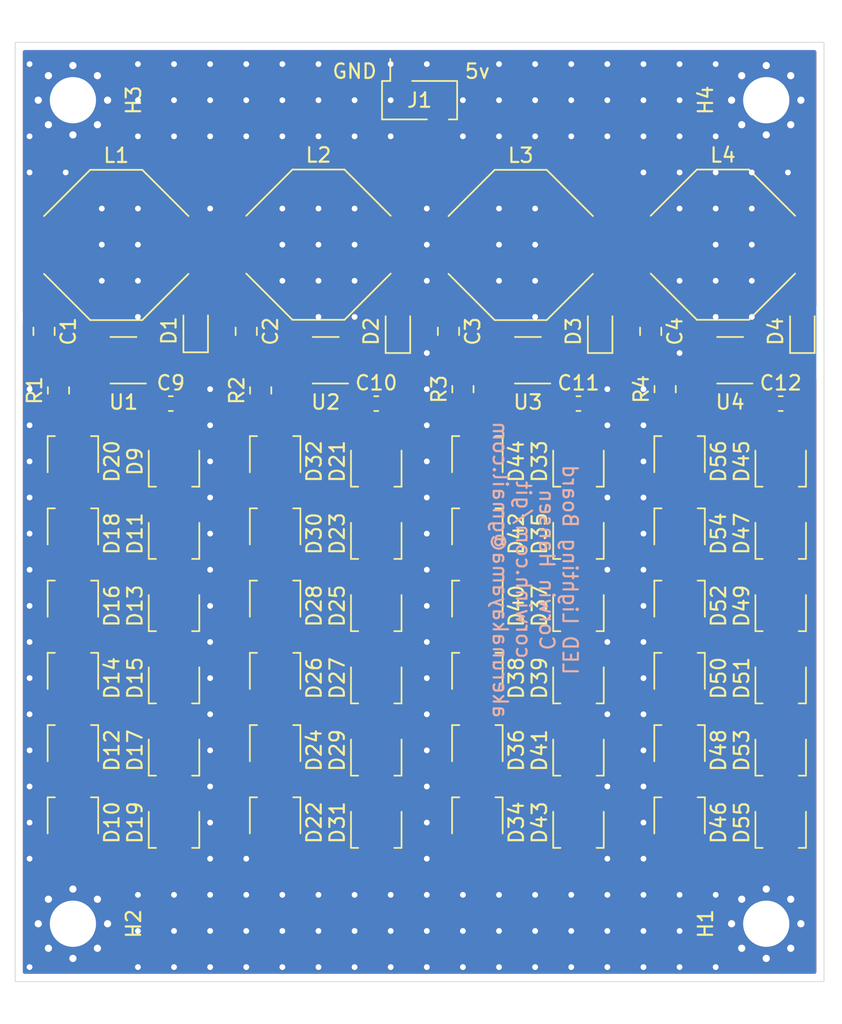
<source format=kicad_pcb>
(kicad_pcb (version 20171130) (host pcbnew 5.1.9+dfsg1-1)
  (layers (0 F.Cu signal) (31 B.Cu signal) (34 B.Paste user) (35 F.Paste user) (36 B.SilkS user) (37 F.SilkS user) (38 B.Mask user) (39 F.Mask user) (44 Edge.Cuts user))
  (net 0 "")
  (net 1 GND)
  (net 2 +5V)
  (net 3 "Net-(C9-Pad1)")
  (net 4 "Net-(C10-Pad1)")
  (net 5 "Net-(C11-Pad1)")
  (net 6 "Net-(C12-Pad1)")
  (net 7 "Net-(D1-Pad2)")
  (net 8 "Net-(D2-Pad2)")
  (net 9 "Net-(D3-Pad2)")
  (net 10 "Net-(D4-Pad2)")
  (net 11 "Net-(D11-Pad2)")
  (net 12 "Net-(D10-Pad2)")
  (net 13 "Net-(D10-Pad1)")
  (net 14 "Net-(D11-Pad1)")
  (net 15 "Net-(D12-Pad1)")
  (net 16 "Net-(D13-Pad1)")
  (net 17 "Net-(D14-Pad1)")
  (net 18 "Net-(D15-Pad1)")
  (net 19 "Net-(D16-Pad1)")
  (net 20 "Net-(D17-Pad1)")
  (net 21 "Net-(D18-Pad1)")
  (net 22 "Net-(D20-Pad1)")
  (net 23 "Net-(D21-Pad1)")
  (net 24 "Net-(D22-Pad2)")
  (net 25 "Net-(D22-Pad1)")
  (net 26 "Net-(D23-Pad1)")
  (net 27 "Net-(D24-Pad1)")
  (net 28 "Net-(D25-Pad1)")
  (net 29 "Net-(D26-Pad1)")
  (net 30 "Net-(D27-Pad1)")
  (net 31 "Net-(D28-Pad1)")
  (net 32 "Net-(D29-Pad1)")
  (net 33 "Net-(D30-Pad1)")
  (net 34 "Net-(D32-Pad1)")
  (net 35 "Net-(D33-Pad1)")
  (net 36 "Net-(D34-Pad2)")
  (net 37 "Net-(D34-Pad1)")
  (net 38 "Net-(D35-Pad1)")
  (net 39 "Net-(D36-Pad1)")
  (net 40 "Net-(D37-Pad1)")
  (net 41 "Net-(D38-Pad1)")
  (net 42 "Net-(D39-Pad1)")
  (net 43 "Net-(D40-Pad1)")
  (net 44 "Net-(D41-Pad1)")
  (net 45 "Net-(D42-Pad1)")
  (net 46 "Net-(D44-Pad1)")
  (net 47 "Net-(D45-Pad1)")
  (net 48 "Net-(D46-Pad2)")
  (net 49 "Net-(D46-Pad1)")
  (net 50 "Net-(D47-Pad1)")
  (net 51 "Net-(D48-Pad1)")
  (net 52 "Net-(D49-Pad1)")
  (net 53 "Net-(D50-Pad1)")
  (net 54 "Net-(D51-Pad1)")
  (net 55 "Net-(D52-Pad1)")
  (net 56 "Net-(D53-Pad1)")
  (net 57 "Net-(D54-Pad1)")
  (net 58 "Net-(D56-Pad1)")
  (module Package_TO_SOT_SMD:SOT-23-5 (layer F.Cu) (at 98.5 43 180)
    (fp_text reference U4 (at 0 -2.9) (layer F.SilkS))
    (fp_text value CAT4238)
    (pad 5 smd rect (at 1.1 -0.95 180) (size 1.06 0.65) (layers F.Cu F.Paste F.Mask) (net 2 +5V))
    (pad 4 smd rect (at 1.1 0.95 180) (size 1.06 0.65) (layers F.Cu F.Paste F.Mask) (net 2 +5V))
    (pad 3 smd rect (at -1.1 0.95 180) (size 1.06 0.65) (layers F.Cu F.Paste F.Mask) (net 58 "Net-(D56-Pad1)"))
    (pad 2 smd rect (at -1.1 0 180) (size 1.06 0.65) (layers F.Cu F.Paste F.Mask) (net 1 GND))
    (pad 1 smd rect (at -1.1 -0.95 180) (size 1.06 0.65) (layers F.Cu F.Paste F.Mask) (net 10 "Net-(D4-Pad2)"))
  )
  (module Package_TO_SOT_SMD:SOT-23-5 (layer F.Cu) (at 84.5 43 180)
    (fp_text reference U3 (at 0 -2.9) (layer F.SilkS))
    (fp_text value CAT4238)
    (pad 5 smd rect (at 1.1 -0.95 180) (size 1.06 0.65) (layers F.Cu F.Paste F.Mask) (net 2 +5V))
    (pad 4 smd rect (at 1.1 0.95 180) (size 1.06 0.65) (layers F.Cu F.Paste F.Mask) (net 2 +5V))
    (pad 3 smd rect (at -1.1 0.95 180) (size 1.06 0.65) (layers F.Cu F.Paste F.Mask) (net 46 "Net-(D44-Pad1)"))
    (pad 2 smd rect (at -1.1 0 180) (size 1.06 0.65) (layers F.Cu F.Paste F.Mask) (net 1 GND))
    (pad 1 smd rect (at -1.1 -0.95 180) (size 1.06 0.65) (layers F.Cu F.Paste F.Mask) (net 9 "Net-(D3-Pad2)"))
  )
  (module Package_TO_SOT_SMD:SOT-23-5 (layer F.Cu) (at 70.5 43 180)
    (fp_text reference U2 (at 0 -2.9) (layer F.SilkS))
    (fp_text value CAT4238)
    (pad 5 smd rect (at 1.1 -0.95 180) (size 1.06 0.65) (layers F.Cu F.Paste F.Mask) (net 2 +5V))
    (pad 4 smd rect (at 1.1 0.95 180) (size 1.06 0.65) (layers F.Cu F.Paste F.Mask) (net 2 +5V))
    (pad 3 smd rect (at -1.1 0.95 180) (size 1.06 0.65) (layers F.Cu F.Paste F.Mask) (net 34 "Net-(D32-Pad1)"))
    (pad 2 smd rect (at -1.1 0 180) (size 1.06 0.65) (layers F.Cu F.Paste F.Mask) (net 1 GND))
    (pad 1 smd rect (at -1.1 -0.95 180) (size 1.06 0.65) (layers F.Cu F.Paste F.Mask) (net 8 "Net-(D2-Pad2)"))
  )
  (module Package_TO_SOT_SMD:SOT-23-5 (layer F.Cu) (at 56.5 43 180)
    (fp_text reference U1 (at 0 -2.9) (layer F.SilkS))
    (fp_text value CAT4238)
    (pad 5 smd rect (at 1.1 -0.95 180) (size 1.06 0.65) (layers F.Cu F.Paste F.Mask) (net 2 +5V))
    (pad 4 smd rect (at 1.1 0.95 180) (size 1.06 0.65) (layers F.Cu F.Paste F.Mask) (net 2 +5V))
    (pad 3 smd rect (at -1.1 0.95 180) (size 1.06 0.65) (layers F.Cu F.Paste F.Mask) (net 22 "Net-(D20-Pad1)"))
    (pad 2 smd rect (at -1.1 0 180) (size 1.06 0.65) (layers F.Cu F.Paste F.Mask) (net 1 GND))
    (pad 1 smd rect (at -1.1 -0.95 180) (size 1.06 0.65) (layers F.Cu F.Paste F.Mask) (net 7 "Net-(D1-Pad2)"))
  )
  (module Resistor_SMD:R_0805_2012Metric (layer F.Cu) (at 94 45 90)
    (fp_text reference R4 (at 0 -1.65 90) (layer F.SilkS))
    (fp_text value 10)
    (pad 2 smd roundrect (at 0.9125 0 90) (size 1.025 1.4) (layers F.Cu F.Paste F.Mask) (roundrect_rratio 0.243902) (net 1 GND))
    (pad 1 smd roundrect (at -0.9125 0 90) (size 1.025 1.4) (layers F.Cu F.Paste F.Mask) (roundrect_rratio 0.243902) (net 58 "Net-(D56-Pad1)"))
  )
  (module Resistor_SMD:R_0805_2012Metric (layer F.Cu) (at 80 45 90)
    (fp_text reference R3 (at 0 -1.65 90) (layer F.SilkS))
    (fp_text value 10)
    (pad 2 smd roundrect (at 0.9125 0 90) (size 1.025 1.4) (layers F.Cu F.Paste F.Mask) (roundrect_rratio 0.243902) (net 1 GND))
    (pad 1 smd roundrect (at -0.9125 0 90) (size 1.025 1.4) (layers F.Cu F.Paste F.Mask) (roundrect_rratio 0.243902) (net 46 "Net-(D44-Pad1)"))
  )
  (module Resistor_SMD:R_0805_2012Metric (layer F.Cu) (at 66 45.0875 90)
    (fp_text reference R2 (at 0 -1.65 90) (layer F.SilkS))
    (fp_text value 10)
    (pad 2 smd roundrect (at 0.9125 0 90) (size 1.025 1.4) (layers F.Cu F.Paste F.Mask) (roundrect_rratio 0.243902) (net 1 GND))
    (pad 1 smd roundrect (at -0.9125 0 90) (size 1.025 1.4) (layers F.Cu F.Paste F.Mask) (roundrect_rratio 0.243902) (net 34 "Net-(D32-Pad1)"))
  )
  (module Resistor_SMD:R_0805_2012Metric (layer F.Cu) (at 52 45.0875 90)
    (fp_text reference R1 (at 0 -1.65 90) (layer F.SilkS))
    (fp_text value 10)
    (pad 2 smd roundrect (at 0.9125 0 90) (size 1.025 1.4) (layers F.Cu F.Paste F.Mask) (roundrect_rratio 0.243902) (net 1 GND))
    (pad 1 smd roundrect (at -0.9125 0 90) (size 1.025 1.4) (layers F.Cu F.Paste F.Mask) (roundrect_rratio 0.243902) (net 22 "Net-(D20-Pad1)"))
  )
  (module Inductor_SMD:L_Bourns-SRU1028_10.0x10.0mm (layer F.Cu) (at 98 35)
    (fp_text reference L4 (at 0 -6.2) (layer F.SilkS))
    (fp_text value 47u)
    (pad 2 smd rect (at 4.5 0) (size 1.8 3.6) (layers F.Cu F.Paste F.Mask) (net 10 "Net-(D4-Pad2)"))
    (pad 1 smd rect (at -4.5 0) (size 1.8 3.6) (layers F.Cu F.Paste F.Mask) (net 2 +5V))
  )
  (module Inductor_SMD:L_Bourns-SRU1028_10.0x10.0mm (layer F.Cu) (at 84 35.02)
    (fp_text reference L3 (at 0 -6.2) (layer F.SilkS))
    (fp_text value 47u)
    (pad 2 smd rect (at 4.5 0) (size 1.8 3.6) (layers F.Cu F.Paste F.Mask) (net 9 "Net-(D3-Pad2)"))
    (pad 1 smd rect (at -4.5 0) (size 1.8 3.6) (layers F.Cu F.Paste F.Mask) (net 2 +5V))
  )
  (module Inductor_SMD:L_Bourns-SRU1028_10.0x10.0mm (layer F.Cu) (at 70 35)
    (fp_text reference L2 (at 0 -6.2) (layer F.SilkS))
    (fp_text value 47u)
    (pad 2 smd rect (at 4.5 0) (size 1.8 3.6) (layers F.Cu F.Paste F.Mask) (net 8 "Net-(D2-Pad2)"))
    (pad 1 smd rect (at -4.5 0) (size 1.8 3.6) (layers F.Cu F.Paste F.Mask) (net 2 +5V))
  )
  (module Inductor_SMD:L_Bourns-SRU1028_10.0x10.0mm (layer F.Cu) (at 56 35.02)
    (fp_text reference L1 (at 0 -6.2) (layer F.SilkS))
    (fp_text value 47u)
    (pad 2 smd rect (at 4.5 0) (size 1.8 3.6) (layers F.Cu F.Paste F.Mask) (net 7 "Net-(D1-Pad2)"))
    (pad 1 smd rect (at -4.5 0) (size 1.8 3.6) (layers F.Cu F.Paste F.Mask) (net 2 +5V))
  )
  (module Connector_PinHeader_2.54mm:PinHeader_1x02_P2.54mm_Vertical_SMD_Pin1Right (layer F.Cu) (at 77 25 90)
    (fp_text reference J1 (at 0 0 180) (layer F.SilkS))
    (fp_text value Conn_01x02)
    (pad 1 smd rect (at 1.655 -1.27 90) (size 2.51 1) (layers F.Cu F.Paste F.Mask) (net 1 GND))
    (pad 2 smd rect (at -1.655 1.27 90) (size 2.51 1) (layers F.Cu F.Paste F.Mask) (net 2 +5V))
  )
  (module MountingHole:MountingHole_3.2mm_M3_Pad_Via (layer F.Cu) (at 101 25 90)
    (fp_text reference H4 (at 0 -4.2 90) (layer F.SilkS))
    (fp_text value MountingHole_Pad)
    (pad 1 thru_hole circle (at 1.697056 -1.697056 90) (size 0.8 0.8) (drill 0.5) (layers *.Cu *.Mask) (net 1 GND))
    (pad 1 thru_hole circle (at 0 -2.4 90) (size 0.8 0.8) (drill 0.5) (layers *.Cu *.Mask) (net 1 GND))
    (pad 1 thru_hole circle (at -1.697056 -1.697056 90) (size 0.8 0.8) (drill 0.5) (layers *.Cu *.Mask) (net 1 GND))
    (pad 1 thru_hole circle (at -2.4 0 90) (size 0.8 0.8) (drill 0.5) (layers *.Cu *.Mask) (net 1 GND))
    (pad 1 thru_hole circle (at -1.697056 1.697056 90) (size 0.8 0.8) (drill 0.5) (layers *.Cu *.Mask) (net 1 GND))
    (pad 1 thru_hole circle (at 0 2.4 90) (size 0.8 0.8) (drill 0.5) (layers *.Cu *.Mask) (net 1 GND))
    (pad 1 thru_hole circle (at 1.697056 1.697056 90) (size 0.8 0.8) (drill 0.5) (layers *.Cu *.Mask) (net 1 GND))
    (pad 1 thru_hole circle (at 2.4 0 90) (size 0.8 0.8) (drill 0.5) (layers *.Cu *.Mask) (net 1 GND))
    (pad 1 thru_hole circle (at 0 0 90) (size 6.4 6.4) (drill 3.2) (layers *.Cu *.Mask) (net 1 GND))
  )
  (module MountingHole:MountingHole_3.2mm_M3_Pad_Via (layer F.Cu) (at 53 25 270)
    (fp_text reference H3 (at 0 -4.2 90) (layer F.SilkS))
    (fp_text value MountingHole_Pad)
    (pad 1 thru_hole circle (at 1.697056 -1.697056 270) (size 0.8 0.8) (drill 0.5) (layers *.Cu *.Mask) (net 1 GND))
    (pad 1 thru_hole circle (at 0 -2.4 270) (size 0.8 0.8) (drill 0.5) (layers *.Cu *.Mask) (net 1 GND))
    (pad 1 thru_hole circle (at -1.697056 -1.697056 270) (size 0.8 0.8) (drill 0.5) (layers *.Cu *.Mask) (net 1 GND))
    (pad 1 thru_hole circle (at -2.4 0 270) (size 0.8 0.8) (drill 0.5) (layers *.Cu *.Mask) (net 1 GND))
    (pad 1 thru_hole circle (at -1.697056 1.697056 270) (size 0.8 0.8) (drill 0.5) (layers *.Cu *.Mask) (net 1 GND))
    (pad 1 thru_hole circle (at 0 2.4 270) (size 0.8 0.8) (drill 0.5) (layers *.Cu *.Mask) (net 1 GND))
    (pad 1 thru_hole circle (at 1.697056 1.697056 270) (size 0.8 0.8) (drill 0.5) (layers *.Cu *.Mask) (net 1 GND))
    (pad 1 thru_hole circle (at 2.4 0 270) (size 0.8 0.8) (drill 0.5) (layers *.Cu *.Mask) (net 1 GND))
    (pad 1 thru_hole circle (at 0 0 270) (size 6.4 6.4) (drill 3.2) (layers *.Cu *.Mask) (net 1 GND))
  )
  (module MountingHole:MountingHole_3.2mm_M3_Pad_Via (layer F.Cu) (at 53 82 270)
    (fp_text reference H2 (at 0 -4.2 90) (layer F.SilkS))
    (fp_text value MountingHole_Pad)
    (pad 1 thru_hole circle (at 1.697056 -1.697056 270) (size 0.8 0.8) (drill 0.5) (layers *.Cu *.Mask) (net 1 GND))
    (pad 1 thru_hole circle (at 0 -2.4 270) (size 0.8 0.8) (drill 0.5) (layers *.Cu *.Mask) (net 1 GND))
    (pad 1 thru_hole circle (at -1.697056 -1.697056 270) (size 0.8 0.8) (drill 0.5) (layers *.Cu *.Mask) (net 1 GND))
    (pad 1 thru_hole circle (at -2.4 0 270) (size 0.8 0.8) (drill 0.5) (layers *.Cu *.Mask) (net 1 GND))
    (pad 1 thru_hole circle (at -1.697056 1.697056 270) (size 0.8 0.8) (drill 0.5) (layers *.Cu *.Mask) (net 1 GND))
    (pad 1 thru_hole circle (at 0 2.4 270) (size 0.8 0.8) (drill 0.5) (layers *.Cu *.Mask) (net 1 GND))
    (pad 1 thru_hole circle (at 1.697056 1.697056 270) (size 0.8 0.8) (drill 0.5) (layers *.Cu *.Mask) (net 1 GND))
    (pad 1 thru_hole circle (at 2.4 0 270) (size 0.8 0.8) (drill 0.5) (layers *.Cu *.Mask) (net 1 GND))
    (pad 1 thru_hole circle (at 0 0 270) (size 6.4 6.4) (drill 3.2) (layers *.Cu *.Mask) (net 1 GND))
  )
  (module MountingHole:MountingHole_3.2mm_M3_Pad_Via (layer F.Cu) (at 101 82 90)
    (fp_text reference H1 (at 0 -4.2 90) (layer F.SilkS))
    (fp_text value MountingHole_Pad)
    (pad 1 thru_hole circle (at 1.697056 -1.697056 90) (size 0.8 0.8) (drill 0.5) (layers *.Cu *.Mask) (net 1 GND))
    (pad 1 thru_hole circle (at 0 -2.4 90) (size 0.8 0.8) (drill 0.5) (layers *.Cu *.Mask) (net 1 GND))
    (pad 1 thru_hole circle (at -1.697056 -1.697056 90) (size 0.8 0.8) (drill 0.5) (layers *.Cu *.Mask) (net 1 GND))
    (pad 1 thru_hole circle (at -2.4 0 90) (size 0.8 0.8) (drill 0.5) (layers *.Cu *.Mask) (net 1 GND))
    (pad 1 thru_hole circle (at -1.697056 1.697056 90) (size 0.8 0.8) (drill 0.5) (layers *.Cu *.Mask) (net 1 GND))
    (pad 1 thru_hole circle (at 0 2.4 90) (size 0.8 0.8) (drill 0.5) (layers *.Cu *.Mask) (net 1 GND))
    (pad 1 thru_hole circle (at 1.697056 1.697056 90) (size 0.8 0.8) (drill 0.5) (layers *.Cu *.Mask) (net 1 GND))
    (pad 1 thru_hole circle (at 2.4 0 90) (size 0.8 0.8) (drill 0.5) (layers *.Cu *.Mask) (net 1 GND))
    (pad 1 thru_hole circle (at 0 0 90) (size 6.4 6.4) (drill 3.2) (layers *.Cu *.Mask) (net 1 GND))
  )
  (module LED_SMD:LED_Cree-XH (layer F.Cu) (at 95 50 270)
    (fp_text reference D56 (at 0 -2.7 90) (layer F.SilkS))
    (fp_text value LED)
    (pad 2 smd rect (at 1.5 0 270) (size 0.5 0.33) (layers F.Cu F.Mask) (net 57 "Net-(D54-Pad1)"))
    (pad 1 smd rect (at -1.5 0 270) (size 0.5 0.33) (layers F.Cu F.Mask) (net 58 "Net-(D56-Pad1)"))
    (pad 2 smd rect (at 1.1 0 270) (size 0.8 3) (layers F.Cu F.Mask) (net 57 "Net-(D54-Pad1)"))
    (pad 1 smd rect (at -0.65 0 270) (size 1.7 3) (layers F.Cu F.Mask) (net 58 "Net-(D56-Pad1)"))
  )
  (module LED_SMD:LED_Cree-XH (layer F.Cu) (at 102 75 90)
    (fp_text reference D55 (at 0 -2.7 90) (layer F.SilkS))
    (fp_text value LED)
    (pad 2 smd rect (at 1.5 0 90) (size 0.5 0.33) (layers F.Cu F.Mask) (net 56 "Net-(D53-Pad1)"))
    (pad 1 smd rect (at -1.5 0 90) (size 0.5 0.33) (layers F.Cu F.Mask) (net 48 "Net-(D46-Pad2)"))
    (pad 2 smd rect (at 1.1 0 90) (size 0.8 3) (layers F.Cu F.Mask) (net 56 "Net-(D53-Pad1)"))
    (pad 1 smd rect (at -0.65 0 90) (size 1.7 3) (layers F.Cu F.Mask) (net 48 "Net-(D46-Pad2)"))
  )
  (module LED_SMD:LED_Cree-XH (layer F.Cu) (at 95 55 270)
    (fp_text reference D54 (at 0 -2.7 90) (layer F.SilkS))
    (fp_text value LED)
    (pad 2 smd rect (at 1.5 0 270) (size 0.5 0.33) (layers F.Cu F.Mask) (net 55 "Net-(D52-Pad1)"))
    (pad 1 smd rect (at -1.5 0 270) (size 0.5 0.33) (layers F.Cu F.Mask) (net 57 "Net-(D54-Pad1)"))
    (pad 2 smd rect (at 1.1 0 270) (size 0.8 3) (layers F.Cu F.Mask) (net 55 "Net-(D52-Pad1)"))
    (pad 1 smd rect (at -0.65 0 270) (size 1.7 3) (layers F.Cu F.Mask) (net 57 "Net-(D54-Pad1)"))
  )
  (module LED_SMD:LED_Cree-XH (layer F.Cu) (at 102 70 90)
    (fp_text reference D53 (at 0 -2.7 90) (layer F.SilkS))
    (fp_text value LED)
    (pad 2 smd rect (at 1.5 0 90) (size 0.5 0.33) (layers F.Cu F.Mask) (net 54 "Net-(D51-Pad1)"))
    (pad 1 smd rect (at -1.5 0 90) (size 0.5 0.33) (layers F.Cu F.Mask) (net 56 "Net-(D53-Pad1)"))
    (pad 2 smd rect (at 1.1 0 90) (size 0.8 3) (layers F.Cu F.Mask) (net 54 "Net-(D51-Pad1)"))
    (pad 1 smd rect (at -0.65 0 90) (size 1.7 3) (layers F.Cu F.Mask) (net 56 "Net-(D53-Pad1)"))
  )
  (module LED_SMD:LED_Cree-XH (layer F.Cu) (at 95 60 270)
    (fp_text reference D52 (at 0 -2.7 90) (layer F.SilkS))
    (fp_text value LED)
    (pad 2 smd rect (at 1.5 0 270) (size 0.5 0.33) (layers F.Cu F.Mask) (net 53 "Net-(D50-Pad1)"))
    (pad 1 smd rect (at -1.5 0 270) (size 0.5 0.33) (layers F.Cu F.Mask) (net 55 "Net-(D52-Pad1)"))
    (pad 2 smd rect (at 1.1 0 270) (size 0.8 3) (layers F.Cu F.Mask) (net 53 "Net-(D50-Pad1)"))
    (pad 1 smd rect (at -0.65 0 270) (size 1.7 3) (layers F.Cu F.Mask) (net 55 "Net-(D52-Pad1)"))
  )
  (module LED_SMD:LED_Cree-XH (layer F.Cu) (at 102 65 90)
    (fp_text reference D51 (at 0 -2.7 90) (layer F.SilkS))
    (fp_text value LED)
    (pad 2 smd rect (at 1.5 0 90) (size 0.5 0.33) (layers F.Cu F.Mask) (net 52 "Net-(D49-Pad1)"))
    (pad 1 smd rect (at -1.5 0 90) (size 0.5 0.33) (layers F.Cu F.Mask) (net 54 "Net-(D51-Pad1)"))
    (pad 2 smd rect (at 1.1 0 90) (size 0.8 3) (layers F.Cu F.Mask) (net 52 "Net-(D49-Pad1)"))
    (pad 1 smd rect (at -0.65 0 90) (size 1.7 3) (layers F.Cu F.Mask) (net 54 "Net-(D51-Pad1)"))
  )
  (module LED_SMD:LED_Cree-XH (layer F.Cu) (at 95 65 270)
    (fp_text reference D50 (at 0 -2.7 90) (layer F.SilkS))
    (fp_text value LED)
    (pad 2 smd rect (at 1.5 0 270) (size 0.5 0.33) (layers F.Cu F.Mask) (net 51 "Net-(D48-Pad1)"))
    (pad 1 smd rect (at -1.5 0 270) (size 0.5 0.33) (layers F.Cu F.Mask) (net 53 "Net-(D50-Pad1)"))
    (pad 2 smd rect (at 1.1 0 270) (size 0.8 3) (layers F.Cu F.Mask) (net 51 "Net-(D48-Pad1)"))
    (pad 1 smd rect (at -0.65 0 270) (size 1.7 3) (layers F.Cu F.Mask) (net 53 "Net-(D50-Pad1)"))
  )
  (module LED_SMD:LED_Cree-XH (layer F.Cu) (at 102 60 90)
    (fp_text reference D49 (at 0 -2.7 90) (layer F.SilkS))
    (fp_text value LED)
    (pad 2 smd rect (at 1.5 0 90) (size 0.5 0.33) (layers F.Cu F.Mask) (net 50 "Net-(D47-Pad1)"))
    (pad 1 smd rect (at -1.5 0 90) (size 0.5 0.33) (layers F.Cu F.Mask) (net 52 "Net-(D49-Pad1)"))
    (pad 2 smd rect (at 1.1 0 90) (size 0.8 3) (layers F.Cu F.Mask) (net 50 "Net-(D47-Pad1)"))
    (pad 1 smd rect (at -0.65 0 90) (size 1.7 3) (layers F.Cu F.Mask) (net 52 "Net-(D49-Pad1)"))
  )
  (module LED_SMD:LED_Cree-XH (layer F.Cu) (at 95 70 270)
    (fp_text reference D48 (at 0 -2.7 90) (layer F.SilkS))
    (fp_text value LED)
    (pad 2 smd rect (at 1.5 0 270) (size 0.5 0.33) (layers F.Cu F.Mask) (net 49 "Net-(D46-Pad1)"))
    (pad 1 smd rect (at -1.5 0 270) (size 0.5 0.33) (layers F.Cu F.Mask) (net 51 "Net-(D48-Pad1)"))
    (pad 2 smd rect (at 1.1 0 270) (size 0.8 3) (layers F.Cu F.Mask) (net 49 "Net-(D46-Pad1)"))
    (pad 1 smd rect (at -0.65 0 270) (size 1.7 3) (layers F.Cu F.Mask) (net 51 "Net-(D48-Pad1)"))
  )
  (module LED_SMD:LED_Cree-XH (layer F.Cu) (at 102 55 90)
    (fp_text reference D47 (at 0 -2.7 90) (layer F.SilkS))
    (fp_text value LED)
    (pad 2 smd rect (at 1.5 0 90) (size 0.5 0.33) (layers F.Cu F.Mask) (net 47 "Net-(D45-Pad1)"))
    (pad 1 smd rect (at -1.5 0 90) (size 0.5 0.33) (layers F.Cu F.Mask) (net 50 "Net-(D47-Pad1)"))
    (pad 2 smd rect (at 1.1 0 90) (size 0.8 3) (layers F.Cu F.Mask) (net 47 "Net-(D45-Pad1)"))
    (pad 1 smd rect (at -0.65 0 90) (size 1.7 3) (layers F.Cu F.Mask) (net 50 "Net-(D47-Pad1)"))
  )
  (module LED_SMD:LED_Cree-XH (layer F.Cu) (at 95 75 270)
    (fp_text reference D46 (at 0 -2.7 90) (layer F.SilkS))
    (fp_text value LED)
    (pad 2 smd rect (at 1.5 0 270) (size 0.5 0.33) (layers F.Cu F.Mask) (net 48 "Net-(D46-Pad2)"))
    (pad 1 smd rect (at -1.5 0 270) (size 0.5 0.33) (layers F.Cu F.Mask) (net 49 "Net-(D46-Pad1)"))
    (pad 2 smd rect (at 1.1 0 270) (size 0.8 3) (layers F.Cu F.Mask) (net 48 "Net-(D46-Pad2)"))
    (pad 1 smd rect (at -0.65 0 270) (size 1.7 3) (layers F.Cu F.Mask) (net 49 "Net-(D46-Pad1)"))
  )
  (module LED_SMD:LED_Cree-XH (layer F.Cu) (at 102 50 90)
    (fp_text reference D45 (at 0 -2.7 90) (layer F.SilkS))
    (fp_text value LED)
    (pad 2 smd rect (at 1.5 0 90) (size 0.5 0.33) (layers F.Cu F.Mask) (net 6 "Net-(C12-Pad1)"))
    (pad 1 smd rect (at -1.5 0 90) (size 0.5 0.33) (layers F.Cu F.Mask) (net 47 "Net-(D45-Pad1)"))
    (pad 2 smd rect (at 1.1 0 90) (size 0.8 3) (layers F.Cu F.Mask) (net 6 "Net-(C12-Pad1)"))
    (pad 1 smd rect (at -0.65 0 90) (size 1.7 3) (layers F.Cu F.Mask) (net 47 "Net-(D45-Pad1)"))
  )
  (module LED_SMD:LED_Cree-XH (layer F.Cu) (at 81 50 270)
    (fp_text reference D44 (at 0 -2.7 90) (layer F.SilkS))
    (fp_text value LED)
    (pad 2 smd rect (at 1.5 0 270) (size 0.5 0.33) (layers F.Cu F.Mask) (net 45 "Net-(D42-Pad1)"))
    (pad 1 smd rect (at -1.5 0 270) (size 0.5 0.33) (layers F.Cu F.Mask) (net 46 "Net-(D44-Pad1)"))
    (pad 2 smd rect (at 1.1 0 270) (size 0.8 3) (layers F.Cu F.Mask) (net 45 "Net-(D42-Pad1)"))
    (pad 1 smd rect (at -0.65 0 270) (size 1.7 3) (layers F.Cu F.Mask) (net 46 "Net-(D44-Pad1)"))
  )
  (module LED_SMD:LED_Cree-XH (layer F.Cu) (at 88 75 90)
    (fp_text reference D43 (at 0 -2.7 90) (layer F.SilkS))
    (fp_text value LED)
    (pad 2 smd rect (at 1.5 0 90) (size 0.5 0.33) (layers F.Cu F.Mask) (net 44 "Net-(D41-Pad1)"))
    (pad 1 smd rect (at -1.5 0 90) (size 0.5 0.33) (layers F.Cu F.Mask) (net 36 "Net-(D34-Pad2)"))
    (pad 2 smd rect (at 1.1 0 90) (size 0.8 3) (layers F.Cu F.Mask) (net 44 "Net-(D41-Pad1)"))
    (pad 1 smd rect (at -0.65 0 90) (size 1.7 3) (layers F.Cu F.Mask) (net 36 "Net-(D34-Pad2)"))
  )
  (module LED_SMD:LED_Cree-XH (layer F.Cu) (at 81 55 270)
    (fp_text reference D42 (at 0 -2.7 90) (layer F.SilkS))
    (fp_text value LED)
    (pad 2 smd rect (at 1.5 0 270) (size 0.5 0.33) (layers F.Cu F.Mask) (net 43 "Net-(D40-Pad1)"))
    (pad 1 smd rect (at -1.5 0 270) (size 0.5 0.33) (layers F.Cu F.Mask) (net 45 "Net-(D42-Pad1)"))
    (pad 2 smd rect (at 1.1 0 270) (size 0.8 3) (layers F.Cu F.Mask) (net 43 "Net-(D40-Pad1)"))
    (pad 1 smd rect (at -0.65 0 270) (size 1.7 3) (layers F.Cu F.Mask) (net 45 "Net-(D42-Pad1)"))
  )
  (module LED_SMD:LED_Cree-XH (layer F.Cu) (at 88 70 90)
    (fp_text reference D41 (at 0 -2.7 90) (layer F.SilkS))
    (fp_text value LED)
    (pad 2 smd rect (at 1.5 0 90) (size 0.5 0.33) (layers F.Cu F.Mask) (net 42 "Net-(D39-Pad1)"))
    (pad 1 smd rect (at -1.5 0 90) (size 0.5 0.33) (layers F.Cu F.Mask) (net 44 "Net-(D41-Pad1)"))
    (pad 2 smd rect (at 1.1 0 90) (size 0.8 3) (layers F.Cu F.Mask) (net 42 "Net-(D39-Pad1)"))
    (pad 1 smd rect (at -0.65 0 90) (size 1.7 3) (layers F.Cu F.Mask) (net 44 "Net-(D41-Pad1)"))
  )
  (module LED_SMD:LED_Cree-XH (layer F.Cu) (at 81 60 270)
    (fp_text reference D40 (at 0 -2.7 90) (layer F.SilkS))
    (fp_text value LED)
    (pad 2 smd rect (at 1.5 0 270) (size 0.5 0.33) (layers F.Cu F.Mask) (net 41 "Net-(D38-Pad1)"))
    (pad 1 smd rect (at -1.5 0 270) (size 0.5 0.33) (layers F.Cu F.Mask) (net 43 "Net-(D40-Pad1)"))
    (pad 2 smd rect (at 1.1 0 270) (size 0.8 3) (layers F.Cu F.Mask) (net 41 "Net-(D38-Pad1)"))
    (pad 1 smd rect (at -0.65 0 270) (size 1.7 3) (layers F.Cu F.Mask) (net 43 "Net-(D40-Pad1)"))
  )
  (module LED_SMD:LED_Cree-XH (layer F.Cu) (at 88 65 90)
    (fp_text reference D39 (at 0 -2.7 90) (layer F.SilkS))
    (fp_text value LED)
    (pad 2 smd rect (at 1.5 0 90) (size 0.5 0.33) (layers F.Cu F.Mask) (net 40 "Net-(D37-Pad1)"))
    (pad 1 smd rect (at -1.5 0 90) (size 0.5 0.33) (layers F.Cu F.Mask) (net 42 "Net-(D39-Pad1)"))
    (pad 2 smd rect (at 1.1 0 90) (size 0.8 3) (layers F.Cu F.Mask) (net 40 "Net-(D37-Pad1)"))
    (pad 1 smd rect (at -0.65 0 90) (size 1.7 3) (layers F.Cu F.Mask) (net 42 "Net-(D39-Pad1)"))
  )
  (module LED_SMD:LED_Cree-XH (layer F.Cu) (at 81 65 270)
    (fp_text reference D38 (at 0 -2.7 90) (layer F.SilkS))
    (fp_text value LED)
    (pad 2 smd rect (at 1.5 0 270) (size 0.5 0.33) (layers F.Cu F.Mask) (net 39 "Net-(D36-Pad1)"))
    (pad 1 smd rect (at -1.5 0 270) (size 0.5 0.33) (layers F.Cu F.Mask) (net 41 "Net-(D38-Pad1)"))
    (pad 2 smd rect (at 1.1 0 270) (size 0.8 3) (layers F.Cu F.Mask) (net 39 "Net-(D36-Pad1)"))
    (pad 1 smd rect (at -0.65 0 270) (size 1.7 3) (layers F.Cu F.Mask) (net 41 "Net-(D38-Pad1)"))
  )
  (module LED_SMD:LED_Cree-XH (layer F.Cu) (at 88 60 90)
    (fp_text reference D37 (at 0 -2.7 90) (layer F.SilkS))
    (fp_text value LED)
    (pad 2 smd rect (at 1.5 0 90) (size 0.5 0.33) (layers F.Cu F.Mask) (net 38 "Net-(D35-Pad1)"))
    (pad 1 smd rect (at -1.5 0 90) (size 0.5 0.33) (layers F.Cu F.Mask) (net 40 "Net-(D37-Pad1)"))
    (pad 2 smd rect (at 1.1 0 90) (size 0.8 3) (layers F.Cu F.Mask) (net 38 "Net-(D35-Pad1)"))
    (pad 1 smd rect (at -0.65 0 90) (size 1.7 3) (layers F.Cu F.Mask) (net 40 "Net-(D37-Pad1)"))
  )
  (module LED_SMD:LED_Cree-XH (layer F.Cu) (at 81 70 270)
    (fp_text reference D36 (at 0 -2.7 90) (layer F.SilkS))
    (fp_text value LED)
    (pad 2 smd rect (at 1.5 0 270) (size 0.5 0.33) (layers F.Cu F.Mask) (net 37 "Net-(D34-Pad1)"))
    (pad 1 smd rect (at -1.5 0 270) (size 0.5 0.33) (layers F.Cu F.Mask) (net 39 "Net-(D36-Pad1)"))
    (pad 2 smd rect (at 1.1 0 270) (size 0.8 3) (layers F.Cu F.Mask) (net 37 "Net-(D34-Pad1)"))
    (pad 1 smd rect (at -0.65 0 270) (size 1.7 3) (layers F.Cu F.Mask) (net 39 "Net-(D36-Pad1)"))
  )
  (module LED_SMD:LED_Cree-XH (layer F.Cu) (at 88 55 90)
    (fp_text reference D35 (at 0 -2.7 90) (layer F.SilkS))
    (fp_text value LED)
    (pad 2 smd rect (at 1.5 0 90) (size 0.5 0.33) (layers F.Cu F.Mask) (net 35 "Net-(D33-Pad1)"))
    (pad 1 smd rect (at -1.5 0 90) (size 0.5 0.33) (layers F.Cu F.Mask) (net 38 "Net-(D35-Pad1)"))
    (pad 2 smd rect (at 1.1 0 90) (size 0.8 3) (layers F.Cu F.Mask) (net 35 "Net-(D33-Pad1)"))
    (pad 1 smd rect (at -0.65 0 90) (size 1.7 3) (layers F.Cu F.Mask) (net 38 "Net-(D35-Pad1)"))
  )
  (module LED_SMD:LED_Cree-XH (layer F.Cu) (at 81 75 270)
    (fp_text reference D34 (at 0 -2.7 90) (layer F.SilkS))
    (fp_text value LED)
    (pad 2 smd rect (at 1.5 0 270) (size 0.5 0.33) (layers F.Cu F.Mask) (net 36 "Net-(D34-Pad2)"))
    (pad 1 smd rect (at -1.5 0 270) (size 0.5 0.33) (layers F.Cu F.Mask) (net 37 "Net-(D34-Pad1)"))
    (pad 2 smd rect (at 1.1 0 270) (size 0.8 3) (layers F.Cu F.Mask) (net 36 "Net-(D34-Pad2)"))
    (pad 1 smd rect (at -0.65 0 270) (size 1.7 3) (layers F.Cu F.Mask) (net 37 "Net-(D34-Pad1)"))
  )
  (module LED_SMD:LED_Cree-XH (layer F.Cu) (at 88 50 90)
    (fp_text reference D33 (at 0 -2.7 90) (layer F.SilkS))
    (fp_text value LED)
    (pad 2 smd rect (at 1.5 0 90) (size 0.5 0.33) (layers F.Cu F.Mask) (net 5 "Net-(C11-Pad1)"))
    (pad 1 smd rect (at -1.5 0 90) (size 0.5 0.33) (layers F.Cu F.Mask) (net 35 "Net-(D33-Pad1)"))
    (pad 2 smd rect (at 1.1 0 90) (size 0.8 3) (layers F.Cu F.Mask) (net 5 "Net-(C11-Pad1)"))
    (pad 1 smd rect (at -0.65 0 90) (size 1.7 3) (layers F.Cu F.Mask) (net 35 "Net-(D33-Pad1)"))
  )
  (module LED_SMD:LED_Cree-XH (layer F.Cu) (at 67 50 270)
    (fp_text reference D32 (at 0 -2.7 90) (layer F.SilkS))
    (fp_text value LED)
    (pad 2 smd rect (at 1.5 0 270) (size 0.5 0.33) (layers F.Cu F.Mask) (net 33 "Net-(D30-Pad1)"))
    (pad 1 smd rect (at -1.5 0 270) (size 0.5 0.33) (layers F.Cu F.Mask) (net 34 "Net-(D32-Pad1)"))
    (pad 2 smd rect (at 1.1 0 270) (size 0.8 3) (layers F.Cu F.Mask) (net 33 "Net-(D30-Pad1)"))
    (pad 1 smd rect (at -0.65 0 270) (size 1.7 3) (layers F.Cu F.Mask) (net 34 "Net-(D32-Pad1)"))
  )
  (module LED_SMD:LED_Cree-XH (layer F.Cu) (at 74 75 90)
    (fp_text reference D31 (at 0 -2.7 90) (layer F.SilkS))
    (fp_text value LED)
    (pad 2 smd rect (at 1.5 0 90) (size 0.5 0.33) (layers F.Cu F.Mask) (net 32 "Net-(D29-Pad1)"))
    (pad 1 smd rect (at -1.5 0 90) (size 0.5 0.33) (layers F.Cu F.Mask) (net 24 "Net-(D22-Pad2)"))
    (pad 2 smd rect (at 1.1 0 90) (size 0.8 3) (layers F.Cu F.Mask) (net 32 "Net-(D29-Pad1)"))
    (pad 1 smd rect (at -0.65 0 90) (size 1.7 3) (layers F.Cu F.Mask) (net 24 "Net-(D22-Pad2)"))
  )
  (module LED_SMD:LED_Cree-XH (layer F.Cu) (at 67 55 270)
    (fp_text reference D30 (at 0 -2.7 90) (layer F.SilkS))
    (fp_text value LED)
    (pad 2 smd rect (at 1.5 0 270) (size 0.5 0.33) (layers F.Cu F.Mask) (net 31 "Net-(D28-Pad1)"))
    (pad 1 smd rect (at -1.5 0 270) (size 0.5 0.33) (layers F.Cu F.Mask) (net 33 "Net-(D30-Pad1)"))
    (pad 2 smd rect (at 1.1 0 270) (size 0.8 3) (layers F.Cu F.Mask) (net 31 "Net-(D28-Pad1)"))
    (pad 1 smd rect (at -0.65 0 270) (size 1.7 3) (layers F.Cu F.Mask) (net 33 "Net-(D30-Pad1)"))
  )
  (module LED_SMD:LED_Cree-XH (layer F.Cu) (at 74 70 90)
    (fp_text reference D29 (at 0 -2.7 90) (layer F.SilkS))
    (fp_text value LED)
    (pad 2 smd rect (at 1.5 0 90) (size 0.5 0.33) (layers F.Cu F.Mask) (net 30 "Net-(D27-Pad1)"))
    (pad 1 smd rect (at -1.5 0 90) (size 0.5 0.33) (layers F.Cu F.Mask) (net 32 "Net-(D29-Pad1)"))
    (pad 2 smd rect (at 1.1 0 90) (size 0.8 3) (layers F.Cu F.Mask) (net 30 "Net-(D27-Pad1)"))
    (pad 1 smd rect (at -0.65 0 90) (size 1.7 3) (layers F.Cu F.Mask) (net 32 "Net-(D29-Pad1)"))
  )
  (module LED_SMD:LED_Cree-XH (layer F.Cu) (at 67 60 270)
    (fp_text reference D28 (at 0 -2.7 90) (layer F.SilkS))
    (fp_text value LED)
    (pad 2 smd rect (at 1.5 0 270) (size 0.5 0.33) (layers F.Cu F.Mask) (net 29 "Net-(D26-Pad1)"))
    (pad 1 smd rect (at -1.5 0 270) (size 0.5 0.33) (layers F.Cu F.Mask) (net 31 "Net-(D28-Pad1)"))
    (pad 2 smd rect (at 1.1 0 270) (size 0.8 3) (layers F.Cu F.Mask) (net 29 "Net-(D26-Pad1)"))
    (pad 1 smd rect (at -0.65 0 270) (size 1.7 3) (layers F.Cu F.Mask) (net 31 "Net-(D28-Pad1)"))
  )
  (module LED_SMD:LED_Cree-XH (layer F.Cu) (at 74 65 90)
    (fp_text reference D27 (at 0 -2.7 90) (layer F.SilkS))
    (fp_text value LED)
    (pad 2 smd rect (at 1.5 0 90) (size 0.5 0.33) (layers F.Cu F.Mask) (net 28 "Net-(D25-Pad1)"))
    (pad 1 smd rect (at -1.5 0 90) (size 0.5 0.33) (layers F.Cu F.Mask) (net 30 "Net-(D27-Pad1)"))
    (pad 2 smd rect (at 1.1 0 90) (size 0.8 3) (layers F.Cu F.Mask) (net 28 "Net-(D25-Pad1)"))
    (pad 1 smd rect (at -0.65 0 90) (size 1.7 3) (layers F.Cu F.Mask) (net 30 "Net-(D27-Pad1)"))
  )
  (module LED_SMD:LED_Cree-XH (layer F.Cu) (at 67 65 270)
    (fp_text reference D26 (at 0 -2.7 90) (layer F.SilkS))
    (fp_text value LED)
    (pad 2 smd rect (at 1.5 0 270) (size 0.5 0.33) (layers F.Cu F.Mask) (net 27 "Net-(D24-Pad1)"))
    (pad 1 smd rect (at -1.5 0 270) (size 0.5 0.33) (layers F.Cu F.Mask) (net 29 "Net-(D26-Pad1)"))
    (pad 2 smd rect (at 1.1 0 270) (size 0.8 3) (layers F.Cu F.Mask) (net 27 "Net-(D24-Pad1)"))
    (pad 1 smd rect (at -0.65 0 270) (size 1.7 3) (layers F.Cu F.Mask) (net 29 "Net-(D26-Pad1)"))
  )
  (module LED_SMD:LED_Cree-XH (layer F.Cu) (at 74 60 90)
    (fp_text reference D25 (at 0 -2.7 90) (layer F.SilkS))
    (fp_text value LED)
    (pad 2 smd rect (at 1.5 0 90) (size 0.5 0.33) (layers F.Cu F.Mask) (net 26 "Net-(D23-Pad1)"))
    (pad 1 smd rect (at -1.5 0 90) (size 0.5 0.33) (layers F.Cu F.Mask) (net 28 "Net-(D25-Pad1)"))
    (pad 2 smd rect (at 1.1 0 90) (size 0.8 3) (layers F.Cu F.Mask) (net 26 "Net-(D23-Pad1)"))
    (pad 1 smd rect (at -0.65 0 90) (size 1.7 3) (layers F.Cu F.Mask) (net 28 "Net-(D25-Pad1)"))
  )
  (module LED_SMD:LED_Cree-XH (layer F.Cu) (at 67 70 270)
    (fp_text reference D24 (at 0 -2.7 90) (layer F.SilkS))
    (fp_text value LED)
    (pad 2 smd rect (at 1.5 0 270) (size 0.5 0.33) (layers F.Cu F.Mask) (net 25 "Net-(D22-Pad1)"))
    (pad 1 smd rect (at -1.5 0 270) (size 0.5 0.33) (layers F.Cu F.Mask) (net 27 "Net-(D24-Pad1)"))
    (pad 2 smd rect (at 1.1 0 270) (size 0.8 3) (layers F.Cu F.Mask) (net 25 "Net-(D22-Pad1)"))
    (pad 1 smd rect (at -0.65 0 270) (size 1.7 3) (layers F.Cu F.Mask) (net 27 "Net-(D24-Pad1)"))
  )
  (module LED_SMD:LED_Cree-XH (layer F.Cu) (at 74 55 90)
    (fp_text reference D23 (at 0 -2.7 90) (layer F.SilkS))
    (fp_text value LED)
    (pad 2 smd rect (at 1.5 0 90) (size 0.5 0.33) (layers F.Cu F.Mask) (net 23 "Net-(D21-Pad1)"))
    (pad 1 smd rect (at -1.5 0 90) (size 0.5 0.33) (layers F.Cu F.Mask) (net 26 "Net-(D23-Pad1)"))
    (pad 2 smd rect (at 1.1 0 90) (size 0.8 3) (layers F.Cu F.Mask) (net 23 "Net-(D21-Pad1)"))
    (pad 1 smd rect (at -0.65 0 90) (size 1.7 3) (layers F.Cu F.Mask) (net 26 "Net-(D23-Pad1)"))
  )
  (module LED_SMD:LED_Cree-XH (layer F.Cu) (at 67 75 270)
    (fp_text reference D22 (at 0 -2.7 90) (layer F.SilkS))
    (fp_text value LED)
    (pad 2 smd rect (at 1.5 0 270) (size 0.5 0.33) (layers F.Cu F.Mask) (net 24 "Net-(D22-Pad2)"))
    (pad 1 smd rect (at -1.5 0 270) (size 0.5 0.33) (layers F.Cu F.Mask) (net 25 "Net-(D22-Pad1)"))
    (pad 2 smd rect (at 1.1 0 270) (size 0.8 3) (layers F.Cu F.Mask) (net 24 "Net-(D22-Pad2)"))
    (pad 1 smd rect (at -0.65 0 270) (size 1.7 3) (layers F.Cu F.Mask) (net 25 "Net-(D22-Pad1)"))
  )
  (module LED_SMD:LED_Cree-XH (layer F.Cu) (at 74 50 90)
    (fp_text reference D21 (at 0 -2.7 90) (layer F.SilkS))
    (fp_text value LED)
    (pad 2 smd rect (at 1.5 0 90) (size 0.5 0.33) (layers F.Cu F.Mask) (net 4 "Net-(C10-Pad1)"))
    (pad 1 smd rect (at -1.5 0 90) (size 0.5 0.33) (layers F.Cu F.Mask) (net 23 "Net-(D21-Pad1)"))
    (pad 2 smd rect (at 1.1 0 90) (size 0.8 3) (layers F.Cu F.Mask) (net 4 "Net-(C10-Pad1)"))
    (pad 1 smd rect (at -0.65 0 90) (size 1.7 3) (layers F.Cu F.Mask) (net 23 "Net-(D21-Pad1)"))
  )
  (module LED_SMD:LED_Cree-XH (layer F.Cu) (at 53 50 270)
    (fp_text reference D20 (at 0 -2.7 90) (layer F.SilkS))
    (fp_text value LED)
    (pad 2 smd rect (at 1.5 0 270) (size 0.5 0.33) (layers F.Cu F.Mask) (net 21 "Net-(D18-Pad1)"))
    (pad 1 smd rect (at -1.5 0 270) (size 0.5 0.33) (layers F.Cu F.Mask) (net 22 "Net-(D20-Pad1)"))
    (pad 2 smd rect (at 1.1 0 270) (size 0.8 3) (layers F.Cu F.Mask) (net 21 "Net-(D18-Pad1)"))
    (pad 1 smd rect (at -0.65 0 270) (size 1.7 3) (layers F.Cu F.Mask) (net 22 "Net-(D20-Pad1)"))
  )
  (module LED_SMD:LED_Cree-XH (layer F.Cu) (at 60 75 90)
    (fp_text reference D19 (at 0 -2.7 90) (layer F.SilkS))
    (fp_text value LED)
    (pad 2 smd rect (at 1.5 0 90) (size 0.5 0.33) (layers F.Cu F.Mask) (net 20 "Net-(D17-Pad1)"))
    (pad 1 smd rect (at -1.5 0 90) (size 0.5 0.33) (layers F.Cu F.Mask) (net 12 "Net-(D10-Pad2)"))
    (pad 2 smd rect (at 1.1 0 90) (size 0.8 3) (layers F.Cu F.Mask) (net 20 "Net-(D17-Pad1)"))
    (pad 1 smd rect (at -0.65 0 90) (size 1.7 3) (layers F.Cu F.Mask) (net 12 "Net-(D10-Pad2)"))
  )
  (module LED_SMD:LED_Cree-XH (layer F.Cu) (at 53 55 270)
    (fp_text reference D18 (at 0 -2.7 90) (layer F.SilkS))
    (fp_text value LED)
    (pad 2 smd rect (at 1.5 0 270) (size 0.5 0.33) (layers F.Cu F.Mask) (net 19 "Net-(D16-Pad1)"))
    (pad 1 smd rect (at -1.5 0 270) (size 0.5 0.33) (layers F.Cu F.Mask) (net 21 "Net-(D18-Pad1)"))
    (pad 2 smd rect (at 1.1 0 270) (size 0.8 3) (layers F.Cu F.Mask) (net 19 "Net-(D16-Pad1)"))
    (pad 1 smd rect (at -0.65 0 270) (size 1.7 3) (layers F.Cu F.Mask) (net 21 "Net-(D18-Pad1)"))
  )
  (module LED_SMD:LED_Cree-XH (layer F.Cu) (at 60 70 90)
    (fp_text reference D17 (at 0 -2.7 90) (layer F.SilkS))
    (fp_text value LED)
    (pad 2 smd rect (at 1.5 0 90) (size 0.5 0.33) (layers F.Cu F.Mask) (net 18 "Net-(D15-Pad1)"))
    (pad 1 smd rect (at -1.5 0 90) (size 0.5 0.33) (layers F.Cu F.Mask) (net 20 "Net-(D17-Pad1)"))
    (pad 2 smd rect (at 1.1 0 90) (size 0.8 3) (layers F.Cu F.Mask) (net 18 "Net-(D15-Pad1)"))
    (pad 1 smd rect (at -0.65 0 90) (size 1.7 3) (layers F.Cu F.Mask) (net 20 "Net-(D17-Pad1)"))
  )
  (module LED_SMD:LED_Cree-XH (layer F.Cu) (at 53 60 270)
    (fp_text reference D16 (at 0 -2.7 90) (layer F.SilkS))
    (fp_text value LED)
    (pad 2 smd rect (at 1.5 0 270) (size 0.5 0.33) (layers F.Cu F.Mask) (net 17 "Net-(D14-Pad1)"))
    (pad 1 smd rect (at -1.5 0 270) (size 0.5 0.33) (layers F.Cu F.Mask) (net 19 "Net-(D16-Pad1)"))
    (pad 2 smd rect (at 1.1 0 270) (size 0.8 3) (layers F.Cu F.Mask) (net 17 "Net-(D14-Pad1)"))
    (pad 1 smd rect (at -0.65 0 270) (size 1.7 3) (layers F.Cu F.Mask) (net 19 "Net-(D16-Pad1)"))
  )
  (module LED_SMD:LED_Cree-XH (layer F.Cu) (at 60 65 90)
    (fp_text reference D15 (at 0 -2.7 90) (layer F.SilkS))
    (fp_text value LED)
    (pad 2 smd rect (at 1.5 0 90) (size 0.5 0.33) (layers F.Cu F.Mask) (net 16 "Net-(D13-Pad1)"))
    (pad 1 smd rect (at -1.5 0 90) (size 0.5 0.33) (layers F.Cu F.Mask) (net 18 "Net-(D15-Pad1)"))
    (pad 2 smd rect (at 1.1 0 90) (size 0.8 3) (layers F.Cu F.Mask) (net 16 "Net-(D13-Pad1)"))
    (pad 1 smd rect (at -0.65 0 90) (size 1.7 3) (layers F.Cu F.Mask) (net 18 "Net-(D15-Pad1)"))
  )
  (module LED_SMD:LED_Cree-XH (layer F.Cu) (at 53 65 270)
    (fp_text reference D14 (at 0 -2.7 90) (layer F.SilkS))
    (fp_text value LED)
    (pad 2 smd rect (at 1.5 0 270) (size 0.5 0.33) (layers F.Cu F.Mask) (net 15 "Net-(D12-Pad1)"))
    (pad 1 smd rect (at -1.5 0 270) (size 0.5 0.33) (layers F.Cu F.Mask) (net 17 "Net-(D14-Pad1)"))
    (pad 2 smd rect (at 1.1 0 270) (size 0.8 3) (layers F.Cu F.Mask) (net 15 "Net-(D12-Pad1)"))
    (pad 1 smd rect (at -0.65 0 270) (size 1.7 3) (layers F.Cu F.Mask) (net 17 "Net-(D14-Pad1)"))
  )
  (module LED_SMD:LED_Cree-XH (layer F.Cu) (at 60 60 90)
    (fp_text reference D13 (at 0 -2.7 90) (layer F.SilkS))
    (fp_text value LED)
    (pad 2 smd rect (at 1.5 0 90) (size 0.5 0.33) (layers F.Cu F.Mask) (net 14 "Net-(D11-Pad1)"))
    (pad 1 smd rect (at -1.5 0 90) (size 0.5 0.33) (layers F.Cu F.Mask) (net 16 "Net-(D13-Pad1)"))
    (pad 2 smd rect (at 1.1 0 90) (size 0.8 3) (layers F.Cu F.Mask) (net 14 "Net-(D11-Pad1)"))
    (pad 1 smd rect (at -0.65 0 90) (size 1.7 3) (layers F.Cu F.Mask) (net 16 "Net-(D13-Pad1)"))
  )
  (module LED_SMD:LED_Cree-XH (layer F.Cu) (at 53 70 270)
    (fp_text reference D12 (at 0 -2.7 90) (layer F.SilkS))
    (fp_text value LED)
    (pad 2 smd rect (at 1.5 0 270) (size 0.5 0.33) (layers F.Cu F.Mask) (net 13 "Net-(D10-Pad1)"))
    (pad 1 smd rect (at -1.5 0 270) (size 0.5 0.33) (layers F.Cu F.Mask) (net 15 "Net-(D12-Pad1)"))
    (pad 2 smd rect (at 1.1 0 270) (size 0.8 3) (layers F.Cu F.Mask) (net 13 "Net-(D10-Pad1)"))
    (pad 1 smd rect (at -0.65 0 270) (size 1.7 3) (layers F.Cu F.Mask) (net 15 "Net-(D12-Pad1)"))
  )
  (module LED_SMD:LED_Cree-XH (layer F.Cu) (at 60 55 90)
    (fp_text reference D11 (at 0 -2.7 90) (layer F.SilkS))
    (fp_text value LED)
    (pad 2 smd rect (at 1.5 0 90) (size 0.5 0.33) (layers F.Cu F.Mask) (net 11 "Net-(D11-Pad2)"))
    (pad 1 smd rect (at -1.5 0 90) (size 0.5 0.33) (layers F.Cu F.Mask) (net 14 "Net-(D11-Pad1)"))
    (pad 2 smd rect (at 1.1 0 90) (size 0.8 3) (layers F.Cu F.Mask) (net 11 "Net-(D11-Pad2)"))
    (pad 1 smd rect (at -0.65 0 90) (size 1.7 3) (layers F.Cu F.Mask) (net 14 "Net-(D11-Pad1)"))
  )
  (module LED_SMD:LED_Cree-XH (layer F.Cu) (at 53 75 270)
    (fp_text reference D10 (at 0 -2.7 90) (layer F.SilkS))
    (fp_text value LED)
    (pad 2 smd rect (at 1.5 0 270) (size 0.5 0.33) (layers F.Cu F.Mask) (net 12 "Net-(D10-Pad2)"))
    (pad 1 smd rect (at -1.5 0 270) (size 0.5 0.33) (layers F.Cu F.Mask) (net 13 "Net-(D10-Pad1)"))
    (pad 2 smd rect (at 1.1 0 270) (size 0.8 3) (layers F.Cu F.Mask) (net 12 "Net-(D10-Pad2)"))
    (pad 1 smd rect (at -0.65 0 270) (size 1.7 3) (layers F.Cu F.Mask) (net 13 "Net-(D10-Pad1)"))
  )
  (module LED_SMD:LED_Cree-XH (layer F.Cu) (at 60 50 90)
    (fp_text reference D9 (at 0 -2.7 90) (layer F.SilkS))
    (fp_text value LED)
    (pad 2 smd rect (at 1.5 0 90) (size 0.5 0.33) (layers F.Cu F.Mask) (net 3 "Net-(C9-Pad1)"))
    (pad 1 smd rect (at -1.5 0 90) (size 0.5 0.33) (layers F.Cu F.Mask) (net 11 "Net-(D11-Pad2)"))
    (pad 2 smd rect (at 1.1 0 90) (size 0.8 3) (layers F.Cu F.Mask) (net 3 "Net-(C9-Pad1)"))
    (pad 1 smd rect (at -0.65 0 90) (size 1.7 3) (layers F.Cu F.Mask) (net 11 "Net-(D11-Pad2)"))
  )
  (module Diode_SMD:D_SOD-323 (layer F.Cu) (at 103.5 41 90)
    (fp_text reference D4 (at 0 -1.85 90) (layer F.SilkS))
    (fp_text value D_Schottky)
    (pad 2 smd rect (at 1.05 0 90) (size 0.6 0.45) (layers F.Cu F.Paste F.Mask) (net 10 "Net-(D4-Pad2)"))
    (pad 1 smd rect (at -1.05 0 90) (size 0.6 0.45) (layers F.Cu F.Paste F.Mask) (net 6 "Net-(C12-Pad1)"))
  )
  (module Diode_SMD:D_SOD-323 (layer F.Cu) (at 89.5 41 90)
    (fp_text reference D3 (at 0 -1.85 90) (layer F.SilkS))
    (fp_text value D_Schottky)
    (pad 2 smd rect (at 1.05 0 90) (size 0.6 0.45) (layers F.Cu F.Paste F.Mask) (net 9 "Net-(D3-Pad2)"))
    (pad 1 smd rect (at -1.05 0 90) (size 0.6 0.45) (layers F.Cu F.Paste F.Mask) (net 5 "Net-(C11-Pad1)"))
  )
  (module Diode_SMD:D_SOD-323 (layer F.Cu) (at 75.5 41 90)
    (fp_text reference D2 (at 0 -1.85 90) (layer F.SilkS))
    (fp_text value D_Schottky)
    (pad 2 smd rect (at 1.05 0 90) (size 0.6 0.45) (layers F.Cu F.Paste F.Mask) (net 8 "Net-(D2-Pad2)"))
    (pad 1 smd rect (at -1.05 0 90) (size 0.6 0.45) (layers F.Cu F.Paste F.Mask) (net 4 "Net-(C10-Pad1)"))
  )
  (module Diode_SMD:D_SOD-323 (layer F.Cu) (at 61.5 40.95 90)
    (fp_text reference D1 (at 0 -1.85 90) (layer F.SilkS))
    (fp_text value D_Schottky)
    (pad 2 smd rect (at 1.05 0 90) (size 0.6 0.45) (layers F.Cu F.Paste F.Mask) (net 7 "Net-(D1-Pad2)"))
    (pad 1 smd rect (at -1.05 0 90) (size 0.6 0.45) (layers F.Cu F.Paste F.Mask) (net 3 "Net-(C9-Pad1)"))
  )
  (module Capacitor_SMD:C_0603_1608Metric (layer F.Cu) (at 102 46)
    (fp_text reference C12 (at 0 -1.43) (layer F.SilkS))
    (fp_text value 1u)
    (pad 2 smd roundrect (at 0.775 0) (size 0.9 0.95) (layers F.Cu F.Paste F.Mask) (net 1 GND))
    (pad 1 smd roundrect (at -0.775 0) (size 0.9 0.95) (layers F.Cu F.Paste F.Mask) (net 6 "Net-(C12-Pad1)"))
  )
  (module Capacitor_SMD:C_0603_1608Metric (layer F.Cu) (at 88 46)
    (fp_text reference C11 (at 0 -1.43) (layer F.SilkS))
    (fp_text value 1u)
    (pad 2 smd roundrect (at 0.775 0) (size 0.9 0.95) (layers F.Cu F.Paste F.Mask) (net 1 GND))
    (pad 1 smd roundrect (at -0.775 0) (size 0.9 0.95) (layers F.Cu F.Paste F.Mask) (net 5 "Net-(C11-Pad1)"))
  )
  (module Capacitor_SMD:C_0603_1608Metric (layer F.Cu) (at 74 46)
    (fp_text reference C10 (at 0 -1.43) (layer F.SilkS))
    (fp_text value 1u)
    (pad 2 smd roundrect (at 0.775 0) (size 0.9 0.95) (layers F.Cu F.Paste F.Mask) (net 1 GND))
    (pad 1 smd roundrect (at -0.775 0) (size 0.9 0.95) (layers F.Cu F.Paste F.Mask) (net 4 "Net-(C10-Pad1)"))
  )
  (module Capacitor_SMD:C_0603_1608Metric (layer F.Cu) (at 59.775 46)
    (fp_text reference C9 (at 0 -1.43) (layer F.SilkS))
    (fp_text value 1u)
    (pad 2 smd roundrect (at 0.775 0) (size 0.9 0.95) (layers F.Cu F.Paste F.Mask) (net 1 GND))
    (pad 1 smd roundrect (at -0.775 0) (size 0.9 0.95) (layers F.Cu F.Paste F.Mask) (net 3 "Net-(C9-Pad1)"))
  )
  (module Capacitor_SMD:C_0805_2012Metric (layer F.Cu) (at 93 41 270)
    (fp_text reference C4 (at 0 -1.68 90) (layer F.SilkS))
    (fp_text value 10u)
    (pad 2 smd roundrect (at 0.95 0 270) (size 1 1.45) (layers F.Cu F.Paste F.Mask) (net 1 GND))
    (pad 1 smd roundrect (at -0.95 0 270) (size 1 1.45) (layers F.Cu F.Paste F.Mask) (net 2 +5V))
  )
  (module Capacitor_SMD:C_0805_2012Metric (layer F.Cu) (at 79 41 270)
    (fp_text reference C3 (at 0 -1.68 90) (layer F.SilkS))
    (fp_text value 10u)
    (pad 2 smd roundrect (at 0.95 0 270) (size 1 1.45) (layers F.Cu F.Paste F.Mask) (net 1 GND))
    (pad 1 smd roundrect (at -0.95 0 270) (size 1 1.45) (layers F.Cu F.Paste F.Mask) (net 2 +5V))
  )
  (module Capacitor_SMD:C_0805_2012Metric (layer F.Cu) (at 65 41 270)
    (fp_text reference C2 (at 0 -1.68 90) (layer F.SilkS))
    (fp_text value 10u)
    (pad 2 smd roundrect (at 0.95 0 270) (size 1 1.45) (layers F.Cu F.Paste F.Mask) (net 1 GND))
    (pad 1 smd roundrect (at -0.95 0 270) (size 1 1.45) (layers F.Cu F.Paste F.Mask) (net 2 +5V))
  )
  (module Capacitor_SMD:C_0805_2012Metric (layer F.Cu) (at 51 41 270)
    (fp_text reference C1 (at 0 -1.68 90) (layer F.SilkS))
    (fp_text value 10u)
    (pad 2 smd roundrect (at 0.95 0 270) (size 1 1.45) (layers F.Cu F.Paste F.Mask) (net 1 GND))
    (pad 1 smd roundrect (at -0.95 0 270) (size 1 1.45) (layers F.Cu F.Paste F.Mask) (net 2 +5V))
  )
  (gr_text "LED Lighting Board\nCorwin Hansen\ncorwinh.com/git\nakerunakayama@gmail.com" (at 85 57.5 270) (layer B.SilkS) (effects (font (size 1 1)) (justify mirror)))
  (gr_text 5v (at 81 23) (layer F.SilkS) (effects (font (size 1 1))))
  (gr_text GND (at 72.5 23) (layer F.SilkS) (effects (font (size 1 1))))
  (gr_line (start 105 21) (end 49 21) (layer Edge.Cuts) (width 0.05))
  (gr_line (start 105 86) (end 105 21) (layer Edge.Cuts) (width 0.05))
  (gr_line (start 49 86) (end 105 86) (layer Edge.Cuts) (width 0.05))
  (gr_line (start 49 21) (end 49 86) (layer Edge.Cuts) (width 0.05))
  (segment (start 72.63 43) (end 73 42.63) (width 0.5) (layer F.Cu) (net 1))
  (segment (start 71.6 43) (end 72.63 43) (width 0.5) (layer F.Cu) (net 1))
  (segment (start 73 42.63) (end 73 40) (width 0.5) (layer F.Cu) (net 1))
  (segment (start 86.63 43) (end 87 42.63) (width 0.5) (layer F.Cu) (net 1))
  (segment (start 85.6 43) (end 86.63 43) (width 0.5) (layer F.Cu) (net 1))
  (segment (start 87 42.63) (end 87 39.5) (width 0.5) (layer F.Cu) (net 1))
  (segment (start 100.315002 43) (end 101 42.315002) (width 0.5) (layer F.Cu) (net 1))
  (segment (start 99.6 43) (end 100.315002 43) (width 0.5) (layer F.Cu) (net 1))
  (segment (start 101 42.315002) (end 101 39.5) (width 0.5) (layer F.Cu) (net 1))
  (via (at 57.5 22.5) (size 0.8) (drill 0.4) (layers F.Cu B.Cu) (net 1))
  (via (at 57.5 25) (size 0.8) (drill 0.4) (layers F.Cu B.Cu) (net 1))
  (via (at 57.5 27.5) (size 0.8) (drill 0.4) (layers F.Cu B.Cu) (net 1))
  (via (at 60 27.5) (size 0.8) (drill 0.4) (layers F.Cu B.Cu) (net 1))
  (via (at 60 25) (size 0.8) (drill 0.4) (layers F.Cu B.Cu) (net 1))
  (via (at 60 22.5) (size 0.8) (drill 0.4) (layers F.Cu B.Cu) (net 1))
  (via (at 62.5 22.5) (size 0.8) (drill 0.4) (layers F.Cu B.Cu) (net 1))
  (via (at 62.5 25) (size 0.8) (drill 0.4) (layers F.Cu B.Cu) (net 1))
  (via (at 62.5 27.5) (size 0.8) (drill 0.4) (layers F.Cu B.Cu) (net 1))
  (via (at 62.5 32.5) (size 0.8) (drill 0.4) (layers F.Cu B.Cu) (net 1))
  (via (at 57.5 32.5) (size 0.8) (drill 0.4) (layers F.Cu B.Cu) (net 1))
  (via (at 55 32.5) (size 0.8) (drill 0.4) (layers F.Cu B.Cu) (net 1))
  (via (at 55 35) (size 0.8) (drill 0.4) (layers F.Cu B.Cu) (net 1))
  (via (at 57.5 35) (size 0.8) (drill 0.4) (layers F.Cu B.Cu) (net 1))
  (via (at 57.5 37.5) (size 0.8) (drill 0.4) (layers F.Cu B.Cu) (net 1))
  (via (at 55 37.5) (size 0.8) (drill 0.4) (layers F.Cu B.Cu) (net 1))
  (via (at 57.5 40) (size 0.8) (drill 0.4) (layers F.Cu B.Cu) (net 1))
  (via (at 67.5 32.5) (size 0.8) (drill 0.4) (layers F.Cu B.Cu) (net 1))
  (via (at 70 32.5) (size 0.8) (drill 0.4) (layers F.Cu B.Cu) (net 1))
  (via (at 72.5 32.5) (size 0.8) (drill 0.4) (layers F.Cu B.Cu) (net 1))
  (via (at 72.5 35) (size 0.8) (drill 0.4) (layers F.Cu B.Cu) (net 1))
  (via (at 70 35) (size 0.8) (drill 0.4) (layers F.Cu B.Cu) (net 1))
  (via (at 67.5 35) (size 0.8) (drill 0.4) (layers F.Cu B.Cu) (net 1))
  (via (at 67.5 37.5) (size 0.8) (drill 0.4) (layers F.Cu B.Cu) (net 1))
  (via (at 70 37.5) (size 0.8) (drill 0.4) (layers F.Cu B.Cu) (net 1))
  (via (at 72.5 37.5) (size 0.8) (drill 0.4) (layers F.Cu B.Cu) (net 1))
  (segment (start 73 40) (end 73 40) (width 0.5) (layer F.Cu) (net 1))
  (via (at 72.5 40) (size 0.8) (drill 0.4) (layers F.Cu B.Cu) (net 1))
  (via (at 70 40) (size 0.8) (drill 0.4) (layers F.Cu B.Cu) (net 1))
  (via (at 65 27.5) (size 0.8) (drill 0.4) (layers F.Cu B.Cu) (net 1))
  (via (at 65 25) (size 0.8) (drill 0.4) (layers F.Cu B.Cu) (net 1))
  (via (at 65 22.5) (size 0.8) (drill 0.4) (layers F.Cu B.Cu) (net 1))
  (via (at 67.5 22.5) (size 0.8) (drill 0.4) (layers F.Cu B.Cu) (net 1))
  (via (at 67.5 25) (size 0.8) (drill 0.4) (layers F.Cu B.Cu) (net 1))
  (via (at 67.5 27.5) (size 0.8) (drill 0.4) (layers F.Cu B.Cu) (net 1))
  (via (at 70 27.5) (size 0.8) (drill 0.4) (layers F.Cu B.Cu) (net 1))
  (via (at 70 25) (size 0.8) (drill 0.4) (layers F.Cu B.Cu) (net 1))
  (via (at 70 22.5) (size 0.8) (drill 0.4) (layers F.Cu B.Cu) (net 1))
  (via (at 72.5 25) (size 0.8) (drill 0.4) (layers F.Cu B.Cu) (net 1))
  (via (at 72.5 27.5) (size 0.8) (drill 0.4) (layers F.Cu B.Cu) (net 1))
  (via (at 75 27.5) (size 0.8) (drill 0.4) (layers F.Cu B.Cu) (net 1))
  (via (at 75 25) (size 0.8) (drill 0.4) (layers F.Cu B.Cu) (net 1))
  (via (at 75 22.5) (size 0.8) (drill 0.4) (layers F.Cu B.Cu) (net 1))
  (via (at 77.5 32.5) (size 0.8) (drill 0.4) (layers F.Cu B.Cu) (net 1))
  (via (at 77.5 35) (size 0.8) (drill 0.4) (layers F.Cu B.Cu) (net 1))
  (via (at 77.5 37.5) (size 0.8) (drill 0.4) (layers F.Cu B.Cu) (net 1))
  (via (at 77.5 42.5) (size 0.8) (drill 0.4) (layers F.Cu B.Cu) (net 1))
  (via (at 77.5 45) (size 0.8) (drill 0.4) (layers F.Cu B.Cu) (net 1))
  (via (at 77.5 47.5) (size 0.8) (drill 0.4) (layers F.Cu B.Cu) (net 1))
  (via (at 77.5 50) (size 0.8) (drill 0.4) (layers F.Cu B.Cu) (net 1))
  (via (at 62.5 50) (size 0.8) (drill 0.4) (layers F.Cu B.Cu) (net 1))
  (via (at 62.5 47.5) (size 0.8) (drill 0.4) (layers F.Cu B.Cu) (net 1))
  (via (at 62.5 45) (size 0.8) (drill 0.4) (layers F.Cu B.Cu) (net 1))
  (via (at 62.5 52.5) (size 0.8) (drill 0.4) (layers F.Cu B.Cu) (net 1))
  (via (at 62.5 55) (size 0.8) (drill 0.4) (layers F.Cu B.Cu) (net 1))
  (via (at 62.5 57.5) (size 0.8) (drill 0.4) (layers F.Cu B.Cu) (net 1))
  (via (at 62.5 60) (size 0.8) (drill 0.4) (layers F.Cu B.Cu) (net 1))
  (via (at 62.5 62.5) (size 0.8) (drill 0.4) (layers F.Cu B.Cu) (net 1))
  (via (at 62.5 65) (size 0.8) (drill 0.4) (layers F.Cu B.Cu) (net 1))
  (via (at 62.5 67.5) (size 0.8) (drill 0.4) (layers F.Cu B.Cu) (net 1))
  (via (at 62.5 70) (size 0.8) (drill 0.4) (layers F.Cu B.Cu) (net 1))
  (via (at 62.5 72.5) (size 0.8) (drill 0.4) (layers F.Cu B.Cu) (net 1))
  (via (at 62.5 75) (size 0.8) (drill 0.4) (layers F.Cu B.Cu) (net 1))
  (via (at 62.5 77.5) (size 0.8) (drill 0.4) (layers F.Cu B.Cu) (net 1))
  (via (at 65 77.5) (size 0.8) (drill 0.4) (layers F.Cu B.Cu) (net 1))
  (via (at 77.5 77.5) (size 0.8) (drill 0.4) (layers F.Cu B.Cu) (net 1))
  (via (at 77.5 75) (size 0.8) (drill 0.4) (layers F.Cu B.Cu) (net 1))
  (via (at 77.5 72.5) (size 0.8) (drill 0.4) (layers F.Cu B.Cu) (net 1))
  (via (at 77.5 70) (size 0.8) (drill 0.4) (layers F.Cu B.Cu) (net 1))
  (via (at 77.5 67.5) (size 0.8) (drill 0.4) (layers F.Cu B.Cu) (net 1))
  (via (at 77.5 65) (size 0.8) (drill 0.4) (layers F.Cu B.Cu) (net 1))
  (via (at 77.5 62.5) (size 0.8) (drill 0.4) (layers F.Cu B.Cu) (net 1))
  (via (at 77.5 60) (size 0.8) (drill 0.4) (layers F.Cu B.Cu) (net 1))
  (via (at 77.5 57.5) (size 0.8) (drill 0.4) (layers F.Cu B.Cu) (net 1))
  (via (at 77.5 55) (size 0.8) (drill 0.4) (layers F.Cu B.Cu) (net 1))
  (via (at 77.5 52.5) (size 0.8) (drill 0.4) (layers F.Cu B.Cu) (net 1))
  (via (at 50 45) (size 0.8) (drill 0.4) (layers F.Cu B.Cu) (net 1))
  (via (at 50 47.5) (size 0.8) (drill 0.4) (layers F.Cu B.Cu) (net 1))
  (via (at 50 50) (size 0.8) (drill 0.4) (layers F.Cu B.Cu) (net 1))
  (via (at 50 52.5) (size 0.8) (drill 0.4) (layers F.Cu B.Cu) (net 1))
  (via (at 50 55) (size 0.8) (drill 0.4) (layers F.Cu B.Cu) (net 1))
  (via (at 50 57.5) (size 0.8) (drill 0.4) (layers F.Cu B.Cu) (net 1))
  (via (at 50 60) (size 0.8) (drill 0.4) (layers F.Cu B.Cu) (net 1))
  (via (at 50 62.5) (size 0.8) (drill 0.4) (layers F.Cu B.Cu) (net 1))
  (via (at 50 65) (size 0.8) (drill 0.4) (layers F.Cu B.Cu) (net 1))
  (via (at 50 67.5) (size 0.8) (drill 0.4) (layers F.Cu B.Cu) (net 1))
  (via (at 50 70) (size 0.8) (drill 0.4) (layers F.Cu B.Cu) (net 1))
  (via (at 50 72.5) (size 0.8) (drill 0.4) (layers F.Cu B.Cu) (net 1))
  (via (at 50 75) (size 0.8) (drill 0.4) (layers F.Cu B.Cu) (net 1))
  (via (at 50 77.5) (size 0.8) (drill 0.4) (layers F.Cu B.Cu) (net 1))
  (via (at 50 85) (size 0.8) (drill 0.4) (layers F.Cu B.Cu) (net 1))
  (via (at 50 22.5) (size 0.8) (drill 0.4) (layers F.Cu B.Cu) (net 1))
  (via (at 50 27.5) (size 0.8) (drill 0.4) (layers F.Cu B.Cu) (net 1))
  (via (at 50 30) (size 0.8) (drill 0.4) (layers F.Cu B.Cu) (net 1))
  (via (at 52.5 30) (size 0.8) (drill 0.4) (layers F.Cu B.Cu) (net 1))
  (via (at 97.5 22.5) (size 0.8) (drill 0.4) (layers F.Cu B.Cu) (net 1))
  (via (at 97.5 27.5) (size 0.8) (drill 0.4) (layers F.Cu B.Cu) (net 1))
  (via (at 95 27.5) (size 0.8) (drill 0.4) (layers F.Cu B.Cu) (net 1))
  (via (at 95 25) (size 0.8) (drill 0.4) (layers F.Cu B.Cu) (net 1))
  (via (at 95 22.5) (size 0.8) (drill 0.4) (layers F.Cu B.Cu) (net 1))
  (via (at 97.5 85) (size 0.8) (drill 0.4) (layers F.Cu B.Cu) (net 1))
  (via (at 97.5 80) (size 0.8) (drill 0.4) (layers F.Cu B.Cu) (net 1))
  (via (at 95 80) (size 0.8) (drill 0.4) (layers F.Cu B.Cu) (net 1))
  (via (at 90 80) (size 0.8) (drill 0.4) (layers F.Cu B.Cu) (net 1))
  (via (at 92.5 80) (size 0.8) (drill 0.4) (layers F.Cu B.Cu) (net 1))
  (via (at 92.5 77.5) (size 0.8) (drill 0.4) (layers F.Cu B.Cu) (net 1))
  (via (at 90 77.5) (size 0.8) (drill 0.4) (layers F.Cu B.Cu) (net 1))
  (via (at 92.5 75) (size 0.8) (drill 0.4) (layers F.Cu B.Cu) (net 1))
  (via (at 92.5 72.5) (size 0.8) (drill 0.4) (layers F.Cu B.Cu) (net 1))
  (via (at 90 72.5) (size 0.8) (drill 0.4) (layers F.Cu B.Cu) (net 1))
  (via (at 90 67.5) (size 0.8) (drill 0.4) (layers F.Cu B.Cu) (net 1))
  (via (at 90 62.5) (size 0.8) (drill 0.4) (layers F.Cu B.Cu) (net 1))
  (via (at 92.5 62.5) (size 0.8) (drill 0.4) (layers F.Cu B.Cu) (net 1))
  (via (at 92.5 65) (size 0.8) (drill 0.4) (layers F.Cu B.Cu) (net 1))
  (via (at 92.5 67.5) (size 0.8) (drill 0.4) (layers F.Cu B.Cu) (net 1))
  (via (at 92.5 70) (size 0.8) (drill 0.4) (layers F.Cu B.Cu) (net 1))
  (via (at 92.5 60) (size 0.8) (drill 0.4) (layers F.Cu B.Cu) (net 1))
  (via (at 92.5 57.5) (size 0.8) (drill 0.4) (layers F.Cu B.Cu) (net 1))
  (via (at 90 57.5) (size 0.8) (drill 0.4) (layers F.Cu B.Cu) (net 1))
  (via (at 92.5 55) (size 0.8) (drill 0.4) (layers F.Cu B.Cu) (net 1))
  (via (at 92.5 52.5) (size 0.8) (drill 0.4) (layers F.Cu B.Cu) (net 1))
  (via (at 90 52.5) (size 0.8) (drill 0.4) (layers F.Cu B.Cu) (net 1))
  (via (at 92.5 50) (size 0.8) (drill 0.4) (layers F.Cu B.Cu) (net 1))
  (via (at 92.5 47.5) (size 0.8) (drill 0.4) (layers F.Cu B.Cu) (net 1))
  (via (at 90 47.5) (size 0.8) (drill 0.4) (layers F.Cu B.Cu) (net 1))
  (via (at 90 45) (size 0.8) (drill 0.4) (layers F.Cu B.Cu) (net 1))
  (via (at 92.5 45) (size 0.8) (drill 0.4) (layers F.Cu B.Cu) (net 1))
  (via (at 85 32.5) (size 0.8) (drill 0.4) (layers F.Cu B.Cu) (net 1))
  (via (at 85 35) (size 0.8) (drill 0.4) (layers F.Cu B.Cu) (net 1))
  (via (at 85 37.5) (size 0.8) (drill 0.4) (layers F.Cu B.Cu) (net 1))
  (via (at 85 40) (size 0.8) (drill 0.4) (layers F.Cu B.Cu) (net 1))
  (via (at 82.5 37.5) (size 0.8) (drill 0.4) (layers F.Cu B.Cu) (net 1))
  (via (at 82.5 35) (size 0.8) (drill 0.4) (layers F.Cu B.Cu) (net 1))
  (via (at 82.5 32.5) (size 0.8) (drill 0.4) (layers F.Cu B.Cu) (net 1))
  (via (at 95 42.5) (size 0.8) (drill 0.4) (layers F.Cu B.Cu) (net 1))
  (via (at 97.5 40) (size 0.8) (drill 0.4) (layers F.Cu B.Cu) (net 1))
  (via (at 97.5 37.5) (size 0.8) (drill 0.4) (layers F.Cu B.Cu) (net 1))
  (via (at 95 37.5) (size 0.8) (drill 0.4) (layers F.Cu B.Cu) (net 1))
  (via (at 97.5 35) (size 0.8) (drill 0.4) (layers F.Cu B.Cu) (net 1))
  (via (at 100 35) (size 0.8) (drill 0.4) (layers F.Cu B.Cu) (net 1))
  (via (at 100 37.5) (size 0.8) (drill 0.4) (layers F.Cu B.Cu) (net 1))
  (via (at 100 40) (size 0.8) (drill 0.4) (layers F.Cu B.Cu) (net 1))
  (via (at 100 32.5) (size 0.8) (drill 0.4) (layers F.Cu B.Cu) (net 1))
  (via (at 97.5 32.5) (size 0.8) (drill 0.4) (layers F.Cu B.Cu) (net 1))
  (via (at 95 32.5) (size 0.8) (drill 0.4) (layers F.Cu B.Cu) (net 1))
  (via (at 95 30) (size 0.8) (drill 0.4) (layers F.Cu B.Cu) (net 1))
  (via (at 97.5 30) (size 0.8) (drill 0.4) (layers F.Cu B.Cu) (net 1))
  (via (at 100 30) (size 0.8) (drill 0.4) (layers F.Cu B.Cu) (net 1))
  (via (at 102.5 30) (size 0.8) (drill 0.4) (layers F.Cu B.Cu) (net 1))
  (via (at 92.5 30) (size 0.8) (drill 0.4) (layers F.Cu B.Cu) (net 1))
  (via (at 92.5 27.5) (size 0.8) (drill 0.4) (layers F.Cu B.Cu) (net 1))
  (via (at 92.5 25) (size 0.8) (drill 0.4) (layers F.Cu B.Cu) (net 1))
  (via (at 92.5 22.5) (size 0.8) (drill 0.4) (layers F.Cu B.Cu) (net 1))
  (via (at 77.5 22.5) (size 0.8) (drill 0.4) (layers F.Cu B.Cu) (net 1))
  (via (at 80 25) (size 0.8) (drill 0.4) (layers F.Cu B.Cu) (net 1))
  (via (at 80 27.5) (size 0.8) (drill 0.4) (layers F.Cu B.Cu) (net 1))
  (via (at 82.5 27.5) (size 0.8) (drill 0.4) (layers F.Cu B.Cu) (net 1))
  (via (at 82.5 25) (size 0.8) (drill 0.4) (layers F.Cu B.Cu) (net 1))
  (via (at 87.5 22.5) (size 0.8) (drill 0.4) (layers F.Cu B.Cu) (net 1))
  (via (at 85 22.5) (size 0.8) (drill 0.4) (layers F.Cu B.Cu) (net 1))
  (via (at 85 25) (size 0.8) (drill 0.4) (layers F.Cu B.Cu) (net 1))
  (via (at 85 27.5) (size 0.8) (drill 0.4) (layers F.Cu B.Cu) (net 1))
  (via (at 87.5 27.5) (size 0.8) (drill 0.4) (layers F.Cu B.Cu) (net 1))
  (via (at 87.5 25) (size 0.8) (drill 0.4) (layers F.Cu B.Cu) (net 1))
  (via (at 90 22.5) (size 0.8) (drill 0.4) (layers F.Cu B.Cu) (net 1))
  (via (at 90 25) (size 0.8) (drill 0.4) (layers F.Cu B.Cu) (net 1))
  (via (at 90 27.5) (size 0.8) (drill 0.4) (layers F.Cu B.Cu) (net 1))
  (via (at 95 82.5) (size 0.8) (drill 0.4) (layers F.Cu B.Cu) (net 1))
  (via (at 95 85) (size 0.8) (drill 0.4) (layers F.Cu B.Cu) (net 1))
  (via (at 92.5 85) (size 0.8) (drill 0.4) (layers F.Cu B.Cu) (net 1))
  (via (at 92.5 82.5) (size 0.8) (drill 0.4) (layers F.Cu B.Cu) (net 1))
  (via (at 90 82.5) (size 0.8) (drill 0.4) (layers F.Cu B.Cu) (net 1))
  (via (at 90 85) (size 0.8) (drill 0.4) (layers F.Cu B.Cu) (net 1))
  (via (at 87.5 85) (size 0.8) (drill 0.4) (layers F.Cu B.Cu) (net 1))
  (via (at 85 85) (size 0.8) (drill 0.4) (layers F.Cu B.Cu) (net 1))
  (via (at 82.5 85) (size 0.8) (drill 0.4) (layers F.Cu B.Cu) (net 1))
  (via (at 57.5 80) (size 0.8) (drill 0.4) (layers F.Cu B.Cu) (net 1))
  (via (at 57.5 82.5) (size 0.8) (drill 0.4) (layers F.Cu B.Cu) (net 1))
  (via (at 57.5 85) (size 0.8) (drill 0.4) (layers F.Cu B.Cu) (net 1))
  (via (at 60 80) (size 0.8) (drill 0.4) (layers F.Cu B.Cu) (net 1))
  (via (at 60 82.5) (size 0.8) (drill 0.4) (layers F.Cu B.Cu) (net 1))
  (via (at 60 85) (size 0.8) (drill 0.4) (layers F.Cu B.Cu) (net 1))
  (via (at 62.5 80) (size 0.8) (drill 0.4) (layers F.Cu B.Cu) (net 1))
  (via (at 62.5 82.5) (size 0.8) (drill 0.4) (layers F.Cu B.Cu) (net 1))
  (via (at 62.5 85) (size 0.8) (drill 0.4) (layers F.Cu B.Cu) (net 1))
  (via (at 65 85) (size 0.8) (drill 0.4) (layers F.Cu B.Cu) (net 1))
  (via (at 65 82.5) (size 0.8) (drill 0.4) (layers F.Cu B.Cu) (net 1))
  (via (at 65 80) (size 0.8) (drill 0.4) (layers F.Cu B.Cu) (net 1))
  (via (at 67.5 80) (size 0.8) (drill 0.4) (layers F.Cu B.Cu) (net 1))
  (via (at 67.5 82.5) (size 0.8) (drill 0.4) (layers F.Cu B.Cu) (net 1))
  (via (at 67.5 85) (size 0.8) (drill 0.4) (layers F.Cu B.Cu) (net 1))
  (via (at 70 85) (size 0.8) (drill 0.4) (layers F.Cu B.Cu) (net 1))
  (via (at 70 82.5) (size 0.8) (drill 0.4) (layers F.Cu B.Cu) (net 1))
  (via (at 70 80) (size 0.8) (drill 0.4) (layers F.Cu B.Cu) (net 1))
  (via (at 72.5 82.5) (size 0.8) (drill 0.4) (layers F.Cu B.Cu) (net 1))
  (via (at 72.5 85) (size 0.8) (drill 0.4) (layers F.Cu B.Cu) (net 1))
  (via (at 72.5 80) (size 0.8) (drill 0.4) (layers F.Cu B.Cu) (net 1))
  (via (at 75 80) (size 0.8) (drill 0.4) (layers F.Cu B.Cu) (net 1))
  (via (at 75 82.5) (size 0.8) (drill 0.4) (layers F.Cu B.Cu) (net 1))
  (via (at 77.5 82.5) (size 0.8) (drill 0.4) (layers F.Cu B.Cu) (net 1))
  (via (at 77.5 85) (size 0.8) (drill 0.4) (layers F.Cu B.Cu) (net 1))
  (via (at 75 85) (size 0.8) (drill 0.4) (layers F.Cu B.Cu) (net 1))
  (via (at 80 85) (size 0.8) (drill 0.4) (layers F.Cu B.Cu) (net 1))
  (via (at 80 82.5) (size 0.8) (drill 0.4) (layers F.Cu B.Cu) (net 1))
  (via (at 77.5 80) (size 0.8) (drill 0.4) (layers F.Cu B.Cu) (net 1))
  (via (at 80 80) (size 0.8) (drill 0.4) (layers F.Cu B.Cu) (net 1))
  (via (at 82.5 80) (size 0.8) (drill 0.4) (layers F.Cu B.Cu) (net 1))
  (via (at 82.5 82.5) (size 0.8) (drill 0.4) (layers F.Cu B.Cu) (net 1))
  (via (at 85 82.5) (size 0.8) (drill 0.4) (layers F.Cu B.Cu) (net 1))
  (via (at 85 80) (size 0.8) (drill 0.4) (layers F.Cu B.Cu) (net 1))
  (via (at 87.5 80) (size 0.8) (drill 0.4) (layers F.Cu B.Cu) (net 1))
  (via (at 87.5 82.5) (size 0.8) (drill 0.4) (layers F.Cu B.Cu) (net 1))
  (segment (start 58.63 43) (end 59 42.63) (width 0.5) (layer F.Cu) (net 1))
  (segment (start 57.6 43) (end 58.63 43) (width 0.5) (layer F.Cu) (net 1))
  (segment (start 59 42.63) (end 59 40.5) (width 0.5) (layer F.Cu) (net 1))
  (via (at 82.5 22.5) (size 0.8) (drill 0.4) (layers F.Cu B.Cu) (net 1))
  (segment (start 51.5 35.02) (end 51.5 33.5) (width 1) (layer F.Cu) (net 2))
  (segment (start 51.5 33.5) (end 55 30) (width 1) (layer F.Cu) (net 2))
  (segment (start 65.5 35) (end 65.5 31.5) (width 1) (layer F.Cu) (net 2))
  (segment (start 65.5 31.5) (end 67 30) (width 1) (layer F.Cu) (net 2))
  (segment (start 55 30) (end 67 30) (width 1) (layer F.Cu) (net 2))
  (segment (start 79.5 31.5) (end 78 30) (width 1) (layer F.Cu) (net 2))
  (segment (start 79.5 35.02) (end 79.5 31.5) (width 1) (layer F.Cu) (net 2))
  (segment (start 67 30) (end 78 30) (width 1) (layer F.Cu) (net 2))
  (segment (start 78.27 29.73) (end 78 30) (width 1) (layer F.Cu) (net 2))
  (segment (start 78.27 26.655) (end 78.27 29.73) (width 1) (layer F.Cu) (net 2))
  (segment (start 93 35.5) (end 93.5 35) (width 1) (layer F.Cu) (net 2))
  (segment (start 93 40.05) (end 93 35.5) (width 1) (layer F.Cu) (net 2))
  (segment (start 79 35.52) (end 79.5 35.02) (width 1) (layer F.Cu) (net 2))
  (segment (start 79 40.05) (end 79 35.52) (width 1) (layer F.Cu) (net 2))
  (segment (start 65 35.5) (end 65.5 35) (width 1) (layer F.Cu) (net 2))
  (segment (start 65 40.05) (end 65 35.5) (width 1) (layer F.Cu) (net 2))
  (segment (start 51 35.52) (end 51.5 35.02) (width 1) (layer F.Cu) (net 2))
  (segment (start 51 40.05) (end 51 35.52) (width 1) (layer F.Cu) (net 2))
  (segment (start 53.4 40.05) (end 55.4 42.05) (width 1) (layer F.Cu) (net 2))
  (segment (start 51 40.05) (end 53.4 40.05) (width 1) (layer F.Cu) (net 2))
  (segment (start 55.4 42.05) (end 55.4 43.95) (width 1) (layer F.Cu) (net 2))
  (segment (start 67.4 40.05) (end 69.4 42.05) (width 1) (layer F.Cu) (net 2))
  (segment (start 65 40.05) (end 67.4 40.05) (width 1) (layer F.Cu) (net 2))
  (segment (start 69.4 42.05) (end 69.4 43.95) (width 1) (layer F.Cu) (net 2))
  (segment (start 81.4 40.05) (end 83.4 42.05) (width 1) (layer F.Cu) (net 2))
  (segment (start 79 40.05) (end 81.4 40.05) (width 1) (layer F.Cu) (net 2))
  (segment (start 83.4 42.05) (end 83.4 43.95) (width 1) (layer F.Cu) (net 2))
  (segment (start 95.4 40.05) (end 97.4 42.05) (width 1) (layer F.Cu) (net 2))
  (segment (start 93 40.05) (end 95.4 40.05) (width 1) (layer F.Cu) (net 2))
  (segment (start 97.4 42.05) (end 97.4 43.95) (width 1) (layer F.Cu) (net 2))
  (segment (start 93.5 34) (end 93.5 35) (width 1) (layer F.Cu) (net 2))
  (segment (start 89.5 30) (end 93.5 34) (width 1) (layer F.Cu) (net 2))
  (segment (start 78 30) (end 89.5 30) (width 1) (layer F.Cu) (net 2))
  (segment (start 59 47.5) (end 59 46) (width 1) (layer F.Cu) (net 3))
  (segment (start 60 48.5) (end 59 47.5) (width 1) (layer F.Cu) (net 3))
  (segment (start 61.500001 43.304571) (end 59.979582 44.82499) (width 1) (layer F.Cu) (net 3))
  (segment (start 59 45.766836) (end 59 46) (width 1) (layer F.Cu) (net 3))
  (segment (start 59.979582 44.82499) (end 59.941846 44.82499) (width 1) (layer F.Cu) (net 3))
  (segment (start 61.5 42) (end 61.500001 43.304571) (width 1) (layer F.Cu) (net 3))
  (segment (start 59.941846 44.82499) (end 59 45.766836) (width 1) (layer F.Cu) (net 3))
  (segment (start 73.225 47.725) (end 73.225 46) (width 1) (layer F.Cu) (net 4))
  (segment (start 74 48.5) (end 73.225 47.725) (width 1) (layer F.Cu) (net 4))
  (segment (start 75.500001 43.473535) (end 73.225 45.748536) (width 1) (layer F.Cu) (net 4))
  (segment (start 75.5 42.05) (end 75.500001 43.473535) (width 1) (layer F.Cu) (net 4))
  (segment (start 73.225 45.748536) (end 73.225 46) (width 1) (layer F.Cu) (net 4))
  (segment (start 87.225 47.725) (end 87.225 46) (width 1) (layer F.Cu) (net 5))
  (segment (start 88 48.5) (end 87.225 47.725) (width 1) (layer F.Cu) (net 5))
  (segment (start 89.5 42.05) (end 89.5 43.491836) (width 1) (layer F.Cu) (net 5))
  (segment (start 89.5 43.491836) (end 87.225 45.766836) (width 1) (layer F.Cu) (net 5))
  (segment (start 87.225 45.766836) (end 87.225 46) (width 1) (layer F.Cu) (net 5))
  (segment (start 101.225 47.725) (end 101.225 46) (width 1) (layer F.Cu) (net 6))
  (segment (start 102 48.5) (end 101.225 47.725) (width 1) (layer F.Cu) (net 6))
  (segment (start 103.500001 43.554571) (end 102.229582 44.82499) (width 1) (layer F.Cu) (net 6))
  (segment (start 103.5 42.05) (end 103.500001 43.554571) (width 1) (layer F.Cu) (net 6))
  (segment (start 102.229582 44.82499) (end 102.166846 44.82499) (width 1) (layer F.Cu) (net 6))
  (segment (start 101.225 45.766836) (end 101.225 46) (width 1) (layer F.Cu) (net 6))
  (segment (start 102.166846 44.82499) (end 101.225 45.766836) (width 1) (layer F.Cu) (net 6))
  (segment (start 60.5 38.9) (end 61.5 39.9) (width 1) (layer F.Cu) (net 7))
  (segment (start 60.5 35.02) (end 60.5 38.9) (width 1) (layer F.Cu) (net 7))
  (segment (start 60.299991 42.673526) (end 58.948516 44.025001) (width 1) (layer F.Cu) (net 7))
  (segment (start 60.299991 41.100009) (end 60.299991 42.673526) (width 1) (layer F.Cu) (net 7))
  (segment (start 58.948516 44.025001) (end 57.6 44.025001) (width 1) (layer F.Cu) (net 7))
  (segment (start 61.5 39.9) (end 60.299991 41.100009) (width 1) (layer F.Cu) (net 7))
  (segment (start 74.5 38.95) (end 75.5 39.95) (width 1) (layer F.Cu) (net 8))
  (segment (start 74.5 35) (end 74.5 38.95) (width 1) (layer F.Cu) (net 8))
  (segment (start 73.95001 43.023507) (end 72.948516 44.025001) (width 1) (layer F.Cu) (net 8))
  (segment (start 73.95001 41.49999) (end 73.95001 43.023507) (width 1) (layer F.Cu) (net 8))
  (segment (start 72.948516 44.025001) (end 71.6 44.025001) (width 1) (layer F.Cu) (net 8))
  (segment (start 75.5 39.95) (end 73.95001 41.49999) (width 1) (layer F.Cu) (net 8))
  (segment (start 88.5 38.95) (end 89.5 39.95) (width 1) (layer F.Cu) (net 9))
  (segment (start 88.5 35.02) (end 88.5 38.95) (width 1) (layer F.Cu) (net 9))
  (segment (start 88.29999 42.673527) (end 86.948516 44.025001) (width 1) (layer F.Cu) (net 9))
  (segment (start 88.29999 41.15001) (end 88.29999 42.673527) (width 1) (layer F.Cu) (net 9))
  (segment (start 86.948516 44.025001) (end 85.6 44.025001) (width 1) (layer F.Cu) (net 9))
  (segment (start 89.5 39.95) (end 88.29999 41.15001) (width 1) (layer F.Cu) (net 9))
  (segment (start 102.5 38.95) (end 103.5 39.95) (width 1) (layer F.Cu) (net 10))
  (segment (start 102.5 35) (end 102.5 38.95) (width 1) (layer F.Cu) (net 10))
  (segment (start 100.690001 44.025001) (end 99.6 44.025001) (width 1) (layer F.Cu) (net 10))
  (segment (start 102.299992 42.41501) (end 100.690001 44.025001) (width 1) (layer F.Cu) (net 10))
  (segment (start 102.299992 41.150008) (end 102.299992 42.41501) (width 1) (layer F.Cu) (net 10))
  (segment (start 103.5 39.95) (end 102.299992 41.150008) (width 1) (layer F.Cu) (net 10))
  (segment (start 60 50.65) (end 60 53.5) (width 1) (layer F.Cu) (net 11))
  (segment (start 53 76.5) (end 60 76.5) (width 1) (layer F.Cu) (net 12))
  (segment (start 53 74.35) (end 53 71.5) (width 1) (layer F.Cu) (net 13))
  (segment (start 60 55.65) (end 60 58.5) (width 1) (layer F.Cu) (net 14))
  (segment (start 53 69.35) (end 53 66.5) (width 1) (layer F.Cu) (net 15))
  (segment (start 60 60.65) (end 60 63.5) (width 1) (layer F.Cu) (net 16))
  (segment (start 53 64.35) (end 53 61.5) (width 1) (layer F.Cu) (net 17))
  (segment (start 60 65.65) (end 60 68.5) (width 1) (layer F.Cu) (net 18))
  (segment (start 53 59.35) (end 53 56.5) (width 1) (layer F.Cu) (net 19))
  (segment (start 60 70.65) (end 60 73.5) (width 1) (layer F.Cu) (net 20))
  (segment (start 53 54.35) (end 53 51.5) (width 1) (layer F.Cu) (net 21))
  (segment (start 57.109998 42.05) (end 57.6 42.05) (width 0.25) (layer F.Cu) (net 22))
  (segment (start 56.5 42.659998) (end 57.109998 42.05) (width 0.25) (layer F.Cu) (net 22))
  (segment (start 54.790002 46) (end 56.5 44.290002) (width 0.25) (layer F.Cu) (net 22))
  (segment (start 56.5 44.290002) (end 56.5 42.659998) (width 0.25) (layer F.Cu) (net 22))
  (segment (start 52 46) (end 54.790002 46) (width 0.25) (layer F.Cu) (net 22))
  (segment (start 53 47) (end 52 46) (width 1) (layer F.Cu) (net 22))
  (segment (start 53 49.35) (end 53 47) (width 1) (layer F.Cu) (net 22))
  (segment (start 74 50.65) (end 74 53.5) (width 1) (layer F.Cu) (net 23))
  (segment (start 67 76.5) (end 74 76.5) (width 1) (layer F.Cu) (net 24))
  (segment (start 67 74.35) (end 67 71.5) (width 1) (layer F.Cu) (net 25))
  (segment (start 74 56.5) (end 74 58.5) (width 1) (layer F.Cu) (net 26))
  (segment (start 67 69.35) (end 67 66.5) (width 1) (layer F.Cu) (net 27))
  (segment (start 74 60.65) (end 74 63.5) (width 1) (layer F.Cu) (net 28))
  (segment (start 67 64.35) (end 67 61.5) (width 1) (layer F.Cu) (net 29))
  (segment (start 74 65.65) (end 74 68.5) (width 1) (layer F.Cu) (net 30))
  (segment (start 67 56.5) (end 67 59.35) (width 1) (layer F.Cu) (net 31))
  (segment (start 74 70.65) (end 74 73.5) (width 1) (layer F.Cu) (net 32))
  (segment (start 67 51.5) (end 67 54.35) (width 1) (layer F.Cu) (net 33))
  (segment (start 71.109998 42.05) (end 71.6 42.05) (width 0.25) (layer F.Cu) (net 34))
  (segment (start 70.5 42.659998) (end 71.109998 42.05) (width 0.25) (layer F.Cu) (net 34))
  (segment (start 70.5 44.290002) (end 70.5 42.659998) (width 0.25) (layer F.Cu) (net 34))
  (segment (start 68.790002 46) (end 70.5 44.290002) (width 0.25) (layer F.Cu) (net 34))
  (segment (start 66 46) (end 68.790002 46) (width 0.25) (layer F.Cu) (net 34))
  (segment (start 67 47) (end 66 46) (width 1) (layer F.Cu) (net 34))
  (segment (start 67 49.35) (end 67 47) (width 1) (layer F.Cu) (net 34))
  (segment (start 88 50.65) (end 88 53.5) (width 1) (layer F.Cu) (net 35))
  (segment (start 81 76.5) (end 88 76.5) (width 1) (layer F.Cu) (net 36))
  (segment (start 81 74.35) (end 81 71.5) (width 1) (layer F.Cu) (net 37))
  (segment (start 88 55.65) (end 88 58.5) (width 1) (layer F.Cu) (net 38))
  (segment (start 81 69.35) (end 81 66.5) (width 1) (layer F.Cu) (net 39))
  (segment (start 88 60.65) (end 88 63.5) (width 1) (layer F.Cu) (net 40))
  (segment (start 81 64.35) (end 81 61.5) (width 1) (layer F.Cu) (net 41))
  (segment (start 88 65.65) (end 88 68.5) (width 1) (layer F.Cu) (net 42))
  (segment (start 81 59.35) (end 81 56.5) (width 1) (layer F.Cu) (net 43))
  (segment (start 88 70.65) (end 88 73.5) (width 1) (layer F.Cu) (net 44))
  (segment (start 81 54.35) (end 81 51.5) (width 1) (layer F.Cu) (net 45))
  (segment (start 85.109998 42.05) (end 85.6 42.05) (width 0.25) (layer F.Cu) (net 46))
  (segment (start 84.5 42.659998) (end 85.109998 42.05) (width 0.25) (layer F.Cu) (net 46))
  (segment (start 84.5 44.290002) (end 84.5 42.659998) (width 0.25) (layer F.Cu) (net 46))
  (segment (start 82.877502 45.9125) (end 84.5 44.290002) (width 0.25) (layer F.Cu) (net 46))
  (segment (start 80 45.9125) (end 82.877502 45.9125) (width 0.25) (layer F.Cu) (net 46))
  (segment (start 81 46.9125) (end 80 45.9125) (width 1) (layer F.Cu) (net 46))
  (segment (start 81 49.35) (end 81 46.9125) (width 1) (layer F.Cu) (net 46))
  (segment (start 102 50.65) (end 102 53.5) (width 1) (layer F.Cu) (net 47))
  (segment (start 95 76.5) (end 102 76.5) (width 1) (layer F.Cu) (net 48))
  (segment (start 95 74.35) (end 95 71.5) (width 1) (layer F.Cu) (net 49))
  (segment (start 102 55.65) (end 102 58.5) (width 1) (layer F.Cu) (net 50))
  (segment (start 95 69.35) (end 95 66.5) (width 1) (layer F.Cu) (net 51))
  (segment (start 102 60.65) (end 102 63.5) (width 1) (layer F.Cu) (net 52))
  (segment (start 95 64.35) (end 95 61.5) (width 1) (layer F.Cu) (net 53))
  (segment (start 102 65.65) (end 102 68.5) (width 1) (layer F.Cu) (net 54))
  (segment (start 95 59.35) (end 95 56.5) (width 1) (layer F.Cu) (net 55))
  (segment (start 102 70.65) (end 102 73.5) (width 1) (layer F.Cu) (net 56))
  (segment (start 95 54.35) (end 95 51.5) (width 1) (layer F.Cu) (net 57))
  (segment (start 99.109998 42.05) (end 99.6 42.05) (width 0.25) (layer F.Cu) (net 58))
  (segment (start 98.5 42.659998) (end 99.109998 42.05) (width 0.25) (layer F.Cu) (net 58))
  (segment (start 98.5 44.290002) (end 98.5 42.659998) (width 0.25) (layer F.Cu) (net 58))
  (segment (start 96.877502 45.9125) (end 98.5 44.290002) (width 0.25) (layer F.Cu) (net 58))
  (segment (start 94 45.9125) (end 96.877502 45.9125) (width 0.25) (layer F.Cu) (net 58))
  (segment (start 95 46.9125) (end 94 45.9125) (width 1) (layer F.Cu) (net 58))
  (segment (start 95 49.35) (end 95 46.9125) (width 1) (layer F.Cu) (net 58))
  (zone (net 1) (net_name GND) (layer B.Cu) (connect_pads yes (clearance 0.508)) (min_thickness 0.254) (fill yes (arc_segments 32) (thermal_gap 0.508) (thermal_bridge_width 0.508))
    (polygon (pts (xy 105 86) (xy 49 86) (xy 49 21) (xy 105 21)))
  )
  (zone (net 1) (net_name GND) (layer F.Cu) (connect_pads yes (clearance 0.508)) (min_thickness 0.254) (fill yes (arc_segments 32) (thermal_gap 0.508) (thermal_bridge_width 0.508))
    (polygon (pts (xy 105 86) (xy 49 86) (xy 49 21) (xy 105 21)))
  )
)
</source>
